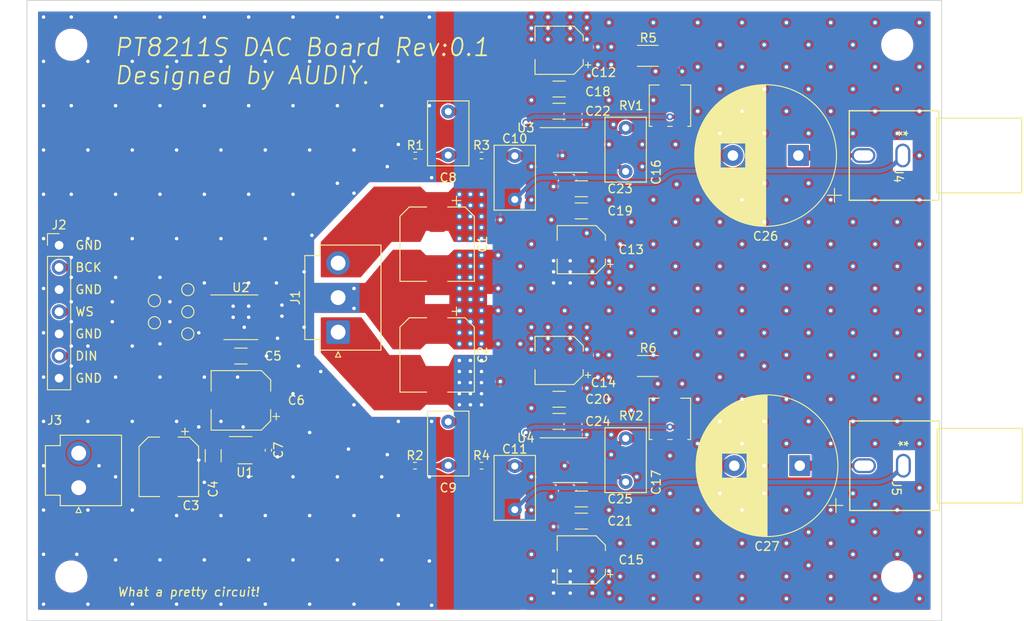
<source format=kicad_pcb>
(kicad_pcb (version 20211014) (generator pcbnew)
  (layers (0 "F.Cu" signal) (1 "In1.Cu" signal) (2 "In2.Cu" signal) (31 "B.Cu" signal) (34 "B.Paste" user) (35 "F.Paste" user) (36 "B.SilkS" user "B.Silkscreen") (37 "F.SilkS" user "F.Silkscreen") (38 "B.Mask" user) (39 "F.Mask" user) (44 "Edge.Cuts" user))
  (net 0 "")
  (net 1 "/V+")
  (net 2 "GND")
  (net 3 "/V-")
  (net 4 "Net-(C3-Pad1)")
  (net 5 "Net-(C5-Pad2)")
  (net 6 "Net-(C7-Pad2)")
  (net 7 "Net-(C8-Pad2)")
  (net 8 "Net-(C9-Pad2)")
  (net 9 "Net-(C10-Pad2)")
  (net 10 "Net-(C11-Pad2)")
  (net 11 "Net-(C16-Pad1)")
  (net 12 "Net-(C16-Pad2)")
  (net 13 "Net-(C17-Pad1)")
  (net 14 "Net-(C17-Pad2)")
  (net 15 "Net-(C26-Pad1)")
  (net 16 "Net-(C27-Pad1)")
  (net 17 "Net-(J2-Pad2)")
  (net 18 "Net-(J2-Pad4)")
  (net 19 "Net-(J2-Pad6)")
  (net 20 "Net-(R1-Pad1)")
  (net 21 "Net-(R2-Pad1)")
  (net 22 "Net-(R6-Pad2)")
  (net 24 "Net-(RV2-Pad3)")
  (net 25 "Net-(U3-Pad1)")
  (net 26 "Net-(RV1-Pad2)")
  (net 27 "Net-(C9-Pad1)")
  (net 28 "Net-(C8-Pad1)")
  (footprint "Resistor_SMD:R_0402_1005Metric_Pad0.72x0.64mm_HandSolder" (layer "F.Cu") (at 151.13 84.582)
    (fp_text reference "R3")
    (fp_text value "7.5k")
  )
  (footprint "Capacitor_SMD:C_1206_3216Metric_Pad1.33x1.80mm_HandSolder" (layer "F.Cu") (at 160.02 112.522 180)
    (fp_text reference "C20")
    (fp_text value "1u")
  )
  (footprint "TestPoint:TestPoint_Pad_D1.0mm" (layer "F.Cu") (at 117.491 105.029)
    (fp_text reference "TP5" hide)
    (fp_text value "TestPoint")
  )
  (footprint "Capacitor_SMD:CP_Elec_6.3x9.9" (layer "F.Cu") (at 123.571 112.649 180)
    (fp_text reference "C6")
    (fp_text value "47u")
  )
  (footprint "Capacitor_SMD:CP_Elec_8x11.9" (layer "F.Cu") (at 146.05 94.742 -90)
    (fp_text reference "C1")
    (fp_text value "220u")
  )
  (footprint "Capacitor_THT:C_Rect_L7.2mm_W4.5mm_P5.00mm_FKS2_FKP2_MKS2_MKP2" (layer "F.Cu") (at 154.94 125.182 90)
    (fp_text reference "C11")
    (fp_text value "470p")
  )
  (footprint "Capacitor_SMD:C_1206_3216Metric_Pad1.33x1.80mm_HandSolder" (layer "F.Cu") (at 162.56 88.392 180)
    (fp_text reference "C23")
    (fp_text value "0.1u")
  )
  (footprint "Capacitor_THT:C_Rect_L7.2mm_W4.5mm_P5.00mm_FKS2_FKP2_MKS2_MKP2" (layer "F.Cu") (at 167.64 81.407 -90)
    (fp_text reference "C16")
    (fp_text value "22p")
  )
  (footprint "MountingHole:MountingHole_3.2mm_M3" (layer "F.Cu") (at 198.755 132.842)
    (fp_text reference "REF**" hide)
    (fp_text value "MountingHole_3.2mm_M3" hide)
  )
  (footprint "Potentiometer_SMD:Potentiometer_Bourns_3314G_Vertical" (layer "F.Cu") (at 172.712 114.7695 180)
    (fp_text reference "RV2")
    (fp_text value "100k")
  )
  (footprint "Capacitor_SMD:C_1206_3216Metric_Pad1.33x1.80mm_HandSolder" (layer "F.Cu") (at 162.56 126.492 180)
    (fp_text reference "C21")
    (fp_text value "1u")
  )
  (footprint "Capacitor_THT:C_Rect_L7.2mm_W4.5mm_P5.00mm_FKS2_FKP2_MKS2_MKP2" (layer "F.Cu") (at 167.64 117.007 -90)
    (fp_text reference "C17")
    (fp_text value "22p")
  )
  (footprint "TestPoint:TestPoint_Pad_D1.0mm" (layer "F.Cu") (at 113.665 101.219)
    (fp_text reference "TP2" hide)
    (fp_text value "TestPoint")
  )
  (footprint "Package_TO_SOT_SMD:TSOT-23-5" (layer "F.Cu") (at 124.041 118.364)
    (fp_text reference "U1")
    (fp_text value "LT1761-5")
  )
  (footprint "Package_SO:SOIC-8_3.9x4.9mm_P1.27mm" (layer "F.Cu") (at 123.571 103.124)
    (fp_text reference "U2")
    (fp_text value "PT8211")
  )
  (footprint "Capacitor_THT:C_Rect_L7.2mm_W4.5mm_P5.00mm_FKS2_FKP2_MKS2_MKP2" (layer "F.Cu") (at 147.32 115.102 -90)
    (fp_text reference "C9")
    (fp_text value "1000p")
  )
  (footprint "TestPoint:TestPoint_Pad_D1.0mm" (layer "F.Cu") (at 113.665 103.759)
    (fp_text reference "TP4" hide)
    (fp_text value "TestPoint")
  )
  (footprint "Resistor_SMD:R_0402_1005Metric_Pad0.72x0.64mm_HandSolder" (layer "F.Cu") (at 143.5475 84.582)
    (fp_text reference "R1")
    (fp_text value "7.5k")
  )
  (footprint "footprints:KLPX-0848A-2-B_KYC" (layer "F.Cu") (at 199.454 120.142 -90)
    (fp_text reference "J5")
    (fp_text value "KLPX-0848A-2-B")
  )
  (footprint "Connector_PinHeader_2.54mm:PinHeader_1x07_P2.54mm_Vertical" (layer "F.Cu") (at 102.743 94.869)
    (fp_text reference "J2")
    (fp_text value "Conn_01x07_Male")
  )
  (footprint "Capacitor_SMD:C_1206_3216Metric_Pad1.33x1.80mm_HandSolder" (layer "F.Cu") (at 162.56 90.932 180)
    (fp_text reference "C19")
    (fp_text value "1u")
  )
  (footprint "TestPoint:TestPoint_Pad_D1.0mm" (layer "F.Cu") (at 117.491 102.489)
    (fp_text reference "TP3" hide)
    (fp_text value "TestPoint")
  )
  (footprint "MountingHole:MountingHole_3.2mm_M3" (layer "F.Cu") (at 104.14 71.882)
    (fp_text reference "REF**" hide)
    (fp_text value "MountingHole_3.2mm_M3" hide)
  )
  (footprint "Connector_JST:JST_VH_B2P-VH_1x02_P3.96mm_Vertical" (layer "F.Cu") (at 104.987 122.6615 90)
    (fp_text reference "J3")
    (fp_text value "Conn_01x02_Female")
  )
  (footprint "MountingHole:MountingHole_3.2mm_M3" (layer "F.Cu") (at 198.755 71.882)
    (fp_text reference "REF**" hide)
    (fp_text value "MountingHole_3.2mm_M3" hide)
  )
  (footprint "Capacitor_SMD:CP_Elec_5x5.3" (layer "F.Cu") (at 162.56 95.377 180)
    (fp_text reference "C13")
    (fp_text value "10u")
  )
  (footprint "Capacitor_SMD:CP_Elec_8x11.9" (layer "F.Cu") (at 146.05 107.442 -90)
    (fp_text reference "C2")
    (fp_text value "220u")
  )
  (footprint "Capacitor_THT:CP_Radial_D16.0mm_P7.50mm" (layer "F.Cu") (at 187.42551 84.582 180)
    (fp_text reference "C26")
    (fp_text value "470u")
  )
  (footprint "Capacitor_THT:CP_Radial_D16.0mm_P7.50mm" (layer "F.Cu") (at 187.58602 120.142 180)
    (fp_text reference "C27")
    (fp_text value "470u")
  )
  (footprint "TestPoint:TestPoint_Pad_D1.0mm" (layer "F.Cu") (at 117.491 99.949)
    (fp_text reference "TP1" hide)
    (fp_text value "TestPoint")
  )
  (footprint "Capacitor_SMD:CP_Elec_5x5.3" (layer "F.Cu") (at 160.02 72.517 180)
    (fp_text reference "C12")
    (fp_text value "10u")
  )
  (footprint "Capacitor_SMD:C_1206_3216Metric_Pad1.33x1.80mm_HandSolder" (layer "F.Cu") (at 120.396 118.999 -90)
    (fp_text reference "C4")
    (fp_text value "1u")
  )
  (footprint "Capacitor_SMD:C_1206_3216Metric_Pad1.33x1.80mm_HandSolder" (layer "F.Cu") (at 162.56 123.952 180)
    (fp_text reference "C25")
    (fp_text value "0.1u")
  )
  (footprint "Capacitor_SMD:C_1206_3216Metric_Pad1.33x1.80mm_HandSolder" (layer "F.Cu") (at 123.571 107.569)
    (fp_text reference "C5")
    (fp_text value "0.1u")
  )
  (footprint "Capacitor_SMD:CP_Elec_6.3x9.9" (layer "F.Cu") (at 115.316 120.269 -90)
    (fp_text reference "C3")
    (fp_text value "100u")
  )
  (footprint "Resistor_SMD:R_0402_1005Metric_Pad0.72x0.64mm_HandSolder" (layer "F.Cu") (at 151.13 120.142)
    (fp_text reference "R4")
    (fp_text value "7.5k")
  )
  (footprint "Resistor_SMD:R_MELF_MMB-0207" (layer "F.Cu") (at 170.18 73.152)
    (fp_text reference "R5")
    (fp_text value "22k")
  )
  (footprint "Resistor_SMD:R_MELF_MMB-0207" (layer "F.Cu") (at 170.18 108.712)
    (fp_text reference "R6")
    (fp_text value "22k")
  )
  (footprint "Package_SO:SOIC-8_3.9x4.9mm_P1.27mm" (layer "F.Cu") (at 161.29 119.507)
    (fp_text reference "U4")
    (fp_text value "SA5534")
  )
  (footprint "Connector_JST:JST_VH_B3P-VH_1x03_P3.96mm_Vertical" (layer "F.Cu") (at 134.705 104.8295 90)
    (fp_text reference "J1")
    (fp_text value "Conn_01x03_Female")
  )
  (footprint "Package_SO:SOIC-8_3.9x4.9mm_P1.27mm" (layer "F.Cu") (at 161.29 83.947)
    (fp_text reference "U3")
    (fp_text value "SA5534")
  )
  (footprint "Capacitor_SMD:CP_Elec_5x5.3" (layer "F.Cu") (at 160.02 108.077 180)
    (fp_text reference "C14")
    (fp_text value "10u")
  )
  (footprint "MountingHole:MountingHole_3.2mm_M3" (layer "F.Cu") (at 104.14 132.842)
    (fp_text reference "REF**" hide)
    (fp_text value "MountingHole_3.2mm_M3" hide)
  )
  (footprint "Capacitor_SMD:C_1206_3216Metric_Pad1.33x1.80mm_HandSolder" (layer "F.Cu") (at 160.02 115.062 180)
    (fp_text reference "C24")
    (fp_text value "0.1u")
  )
  (footprint "Capacitor_SMD:C_1206_3216Metric_Pad1.33x1.80mm_HandSolder" (layer "F.Cu") (at 160.02 76.962 180)
    (fp_text reference "C18")
    (fp_text value "1u")
  )
  (footprint "Capacitor_SMD:C_1206_3216Metric_Pad1.33x1.80mm_HandSolder" (layer "F.Cu") (at 160.02 79.502 180)
    (fp_text reference "C22")
    (fp_text value "0.1u")
  )
  (footprint "footprints:KLPX-0848A-2-B_KYC" (layer "F.Cu") (at 199.39 84.582 -90)
    (fp_text reference "J4")
    (fp_text value "KLPX-0848A-2-B")
  )
  (footprint "Capacitor_THT:C_Rect_L7.2mm_W4.5mm_P5.00mm_FKS2_FKP2_MKS2_MKP2" (layer "F.Cu") (at 154.94 89.622 90)
    (fp_text reference "C10")
    (fp_text value "470p")
  )
  (footprint "Resistor_SMD:R_0402_1005Metric_Pad0.72x0.64mm_HandSolder" (layer "F.Cu") (at 143.51 120.142)
    (fp_text reference "R2")
    (fp_text value "7.5k")
  )
  (footprint "Capacitor_SMD:C_0402_1005Metric_Pad0.74x0.62mm_HandSolder" (layer "F.Cu") (at 126.716 118.364 -90)
    (fp_text reference "C7")
    (fp_text value "0.01u")
  )
  (footprint "Capacitor_SMD:CP_Elec_5x5.3" (layer "F.Cu") (at 162.56 130.937 180)
    (fp_text reference "C15")
    (fp_text value "10u")
  )
  (footprint "Capacitor_THT:C_Rect_L7.2mm_W4.5mm_P5.00mm_FKS2_FKP2_MKS2_MKP2" (layer "F.Cu") (at 147.32 79.542 -90)
    (fp_text reference "C8")
    (fp_text value "1000p")
  )
  (footprint "Potentiometer_SMD:Potentiometer_Bourns_3314G_Vertical" (layer "F.Cu") (at 172.72 78.867 180)
    (fp_text reference "RV1")
    (fp_text value "100k")
  )
  (gr_rect (start 203.835 66.802) (end 99.06 137.922) (layer "Edge.Cuts") (width 0.1) (fill none))
  (gr_text "GND" (at 104.521 94.869) (layer "F.SilkS") (effects (font (size 1 1)) (justify left)))
  (gr_text "GND" (at 104.521 99.949) (layer "F.SilkS") (effects (font (size 1 1)) (justify left)))
  (gr_text "DIN" (at 104.521 107.569) (layer "F.SilkS") (effects (font (size 1 1)) (justify left)))
  (gr_text "WS" (at 104.521 102.489) (layer "F.SilkS") (effects (font (size 1 1)) (justify left)))
  (gr_text "What a pretty circuit!" (at 109.347 134.62) (layer "F.SilkS") (effects (font (size 1 1) (thickness 0.15) italic) (justify left)))
  (gr_text "PT8211S DAC Board Rev:0.1\nDesigned by AUDIY." (at 108.966 73.787) (layer "F.SilkS") (effects (font (size 2 2) (thickness 0.2) italic) (justify left)))
  (gr_text "GND" (at 104.521 105.029) (layer "F.SilkS") (effects (font (size 1 1)) (justify left)))
  (gr_text "GND" (at 104.521 110.109) (layer "F.SilkS") (effects (font (size 1 1)) (justify left)))
  (gr_text "BCK" (at 104.521 97.409) (layer "F.SilkS") (effects (font (size 1 1)) (justify left)))
  (segment (start 162.5375 108.3945) (end 162.22 108.077) (width 0.5) (layer "F.Cu") (net 1))
  (segment (start 163.304012 73.152) (end 167.73 73.152) (width 0.5) (layer "F.Cu") (net 1))
  (segment (start 162.5375 72.8345) (end 162.22 72.517) (width 0.5) (layer "F.Cu") (net 1))
  (segment (start 163.304012 108.712) (end 167.73 108.712) (width 0.5) (layer "F.Cu") (net 1))
  (via (at 149.86 90.297) (size 0.8) (drill 0.4) (layers "F.Cu" "B.Cu") (net 1))
  (via (at 148.59 91.567) (size 0.8) (drill 0.4) (layers "F.Cu" "B.Cu") (net 1))
  (via (at 149.86 94.107) (size 0.8) (drill 0.4) (layers "F.Cu" "B.Cu") (net 1))
  (via (at 148.59 92.837) (size 0.8) (drill 0.4) (layers "F.Cu" "B.Cu") (net 1))
  (via (at 149.86 91.567) (size 0.8) (drill 0.4) (layers "F.Cu" "B.Cu") (net 1))
  (via (at 148.59 94.107) (size 0.8) (drill 0.4) (layers "F.Cu" "B.Cu") (net 1))
  (via (at 151.13 89.027) (size 0.8) (drill 0.4) (layers "F.Cu" "B.Cu") (net 1))
  (via (at 161.29 71.247) (size 0.8) (drill 0.4) (layers "F.Cu" "B.Cu") (net 1))
  (via (at 163.195 104.267) (size 0.8) (drill 0.4) (layers "F.Cu" "B.Cu") (net 1))
  (via (at 163.195 105.537) (size 0.8) (drill 0.4) (layers "F.Cu" "B.Cu") (net 1))
  (via (at 149.86 89.027) (size 0.8) (drill 0.4) (layers "F.Cu" "B.Cu") (net 1))
  (via (at 151.13 90.297) (size 0.8) (drill 0.4) (layers "F.Cu" "B.Cu") (net 1))
  (via (at 151.13 94.107) (size 0.8) (drill 0.4) (layers "F.Cu" "B.Cu") (net 1))
  (via (at 149.86 92.837) (size 0.8) (drill 0.4) (layers "F.Cu" "B.Cu") (net 1))
  (via (at 151.13 92.837) (size 0.8) (drill 0.4) (layers "F.Cu" "B.Cu") (net 1))
  (via (at 161.29 104.267) (size 0.8) (drill 0.4) (layers "F.Cu" "B.Cu") (net 1))
  (via (at 163.195 71.247) (size 0.8) (drill 0.4) (layers "F.Cu" "B.Cu") (net 1))
  (via (at 163.195 106.807) (size 0.8) (drill 0.4) (layers "F.Cu" "B.Cu") (net 1))
  (via (at 161.29 69.977) (size 0.8) (drill 0.4) (layers "F.Cu" "B.Cu") (net 1))
  (via (at 151.13 91.567) (size 0.8) (drill 0.4) (layers "F.Cu" "B.Cu") (net 1))
  (via (at 161.29 68.707) (size 0.8) (drill 0.4) (layers "F.Cu" "B.Cu") (net 1))
  (via (at 163.195 69.977) (size 0.8) (drill 0.4) (layers "F.Cu" "B.Cu") (net 1))
  (via (at 148.59 90.297) (size 0.8) (drill 0.4) (layers "F.Cu" "B.Cu") (net 1))
  (via (at 148.59 89.027) (size 0.8) (drill 0.4) (layers "F.Cu" "B.Cu") (net 1))
  (via (at 163.195 68.707) (size 0.8) (drill 0.4) (layers "F.Cu" "B.Cu") (net 1))
  (via (at 161.29 106.807) (size 0.8) (drill 0.4) (layers "F.Cu" "B.Cu") (net 1))
  (via (at 161.29 105.537) (size 0.8) (drill 0.4) (layers "F.Cu" "B.Cu") (net 1))
  (arc (start 162.5375 72.8345) (mid 162.889178 73.069484) (end 163.304012 73.152) (width 0.5) (layer "F.Cu") (net 1))
  (arc (start 162.5375 108.3945) (mid 162.889178 108.629484) (end 163.304012 108.712) (width 0.5) (layer "F.Cu") (net 1))
  (via (at 155.575 97.282) (size 0.8) (drill 0.4) (layers "F.Cu" "B.Cu") (net 2))
  (via (at 156.845 69.977) (size 0.8) (drill 0.4) (layers "F.Cu" "B.Cu") (net 2))
  (via (at 160.401 84.582) (size 0.8) (drill 0.4) (layers "F.Cu" "B.Cu") (net 2))
  (via (at 109.22 98.552) (size 0.8) (drill 0.4) (layers "F.Cu" "B.Cu") (net 2))
  (via (at 156.845 71.247) (size 0.8) (drill 0.4) (layers "F.Cu" "B.Cu") (net 2))
  (via (at 134.62 68.707) (size 0.8) (drill 0.4) (layers "F.Cu" "B.Cu") (net 2))
  (via (at 149.86 99.822) (size 0.8) (drill 0.4) (layers "F.Cu" "B.Cu") (net 2))
  (via (at 153.035 106.172) (size 0.8) (drill 0.4) (layers "F.Cu" "B.Cu") (net 2))
  (via (at 126.365 136.017) (size 0.8) (drill 0.4) (layers "F.Cu" "B.Cu") (net 2))
  (via (at 174.117 110.744) (size 0.8) (drill 0.4) (layers "F.Cu" "B.Cu") (net 2))
  (via (at 111.125 73.787) (size 0.8) (drill 0.4) (layers "F.Cu" "B.Cu") (net 2))
  (via (at 151.13 97.282) (size 0.8) (drill 0.4) (layers "F.Cu" "B.Cu") (net 2))
  (via (at 188.595 71.882) (size 0.8) (drill 0.4) (layers "F.Cu" "B.Cu") (net 2))
  (via (at 180.975 74.422) (size 0.8) (drill 0.4) (layers "F.Cu" "B.Cu") (net 2))
  (via (at 124.46 68.707) (size 0.8) (drill 0.4) (layers "F.Cu" "B.Cu") (net 2))
  (via (at 116.205 125.857) (size 0.8) (drill 0.4) (layers "F.Cu" "B.Cu") (net 2))
  (via (at 156.845 99.822) (size 0.8) (drill 0.4) (layers "F.Cu" "B.Cu") (net 2))
  (via (at 193.675 115.062) (size 0.8) (drill 0.4) (layers "F.Cu" "B.Cu") (net 2))
  (via (at 122.682 103.124) (size 0.8) (drill 0.4) (layers "F.Cu" "B.Cu") (net 2))
  (via (at 121.285 136.017) (size 0.8) (drill 0.4) (layers "F.Cu" "B.Cu") (net 2))
  (via (at 114.3 130.937) (size 0.8) (drill 0.4) (layers "F.Cu" "B.Cu") (net 2))
  (via (at 156.845 135.382) (size 0.8) (drill 0.4) (layers "F.Cu" "B.Cu") (net 2))
  (via (at 186.055 125.222) (size 0.8) (drill 0.4) (layers "F.Cu" "B.Cu") (net 2))
  (via (at 131.445 136.017) (size 0.8) (drill 0.4) (layers "F.Cu" "B.Cu") (net 2))
  (via (at 186.055 117.602) (size 0.8) (drill 0.4) (layers "F.Cu" "B.Cu") (net 2))
  (via (at 134.62 87.757) (size 0.8) (drill 0.4) (layers "F.Cu" "B.Cu") (net 2))
  (via (at 119.38 89.027) (size 0.8) (drill 0.4) (layers "F.Cu" "B.Cu") (net 2))
  (via (at 178.435 76.962) (size 0.8) (drill 0.4) (layers "F.Cu" "B.Cu") (net 2))
  (via (at 173.482 87.884) (size 0.8) (drill 0.4) (layers "F.Cu" "B.Cu") (net 2))
  (via (at 165.735 89.662) (size 0.8) (drill 0.4) (layers "F.Cu" "B.Cu") (net 2))
  (via (at 119.38 122.047) (size 0.8) (drill 0.4) (layers "F.Cu" "B.Cu") (net 2))
  (via (at 100.965 104.902) (size 0.8) (drill 0.4) (layers "F.Cu" "B.Cu") (net 2))
  (via (at 180.975 79.502) (size 0.8) (drill 0.4) (layers "F.Cu" "B.Cu") (net 2))
  (via (at 100.965 115.062) (size 0.8) (drill 0.4) (layers "F.Cu" "B.Cu") (net 2))
  (via (at 136.525 102.108) (size 0.8) (drill 0.4) (layers "F.Cu" "B.Cu") (net 2))
  (via (at 116.205 83.947) (size 0.8) (drill 0.4) (layers "F.Cu" "B.Cu") (net 2))
  (via (at 196.215 132.842) (size 0.8) (drill 0.4) (layers "F.Cu" "B.Cu") (net 2))
  (via (at 121.285 73.787) (size 0.8) (drill 0.4) (layers "F.Cu" "B.Cu") (net 2))
  (via (at 158.75 71.247) (size 0.8) (drill 0.4) (layers "F.Cu" "B.Cu") (net 2))
  (via (at 121.285 94.107) (size 0.8) (drill 0.4) (layers "F.Cu" "B.Cu") (net 2))
  (via (at 156.845 130.302) (size 0.8) (drill 0.4) (layers "F.Cu" "B.Cu") (net 2))
  (via (at 139.7 68.707) (size 0.8) (drill 0.4) (layers "F.Cu" "B.Cu") (net 2))
  (via (at 100.965 109.982) (size 0.8) (drill 0.4) (layers "F.Cu" "B.Cu") (net 2))
  (via (at 160.655 120.142) (size 0.8) (drill 0.4) (layers "F.Cu" "B.Cu") (net 2))
  (via (at 104.14 98.552) (size 0.8) (drill 0.4) (layers "F.Cu" "B.Cu") (net 2))
  (via (at 186.055 89.662) (size 0.8) (drill 0.4) (layers "F.Cu" "B.Cu") (net 2))
  (via (at 165.989 74.168) (size 0.8) (drill 0.4) (layers "F.Cu" "B.Cu") (net 2))
  (via (at 107.315 120.142) (size 0.8) (drill 0.4) (layers "F.Cu" "B.Cu") (net 2))
  (via (at 156.845 106.807) (size 0.8) (drill 0.4) (layers "F.Cu" "B.Cu") (net 2))
  (via (at 188.595 123.317) (size 0.8) (drill 0.4) (layers "F.Cu" "B.Cu") (net 2))
  (via (at 166.243 81.026) (size 0.8) (drill 0.4) (layers "F.Cu" "B.Cu") (net 2))
  (via (at 151.13 104.902) (size 0.8) (drill 0.4) (layers "F.Cu" "B.Cu") (net 2))
  (via (at 163.449 75.438) (size 0.8) (drill 0.4) (layers "F.Cu" "B.Cu") (net 2))
  (via (at 148.59 96.012) (size 0.8) (drill 0.4) (layers "F.Cu" "B.Cu") (net 2))
  (via (at 156.845 89.662) (size 0.8) (drill 0.4) (layers "F.Cu" "B.Cu") (net 2))
  (via (at 183.515 108.712) (size 0.8) (drill 0.4) (layers "F.Cu" "B.Cu") (net 2))
  (via (at 119.38 78.867) (size 0.8) (drill 0.4) (layers "F.Cu" "B.Cu") (net 2))
  (via (at 119.38 109.982) (size 0.8) (drill 0.4) (layers "F.Cu" "B.Cu") (net 2))
  (via (at 149.86 103.632) (size 0.8) (drill 0.4) (layers "F.Cu" "B.Cu") (net 2))
  (via (at 149.86 96.012) (size 0.8) (drill 0.4) (layers "F.Cu" "B.Cu") (net 2))
  (via (at 129.54 121.412) (size 0.8) (drill 0.4) (layers "F.Cu" "B.Cu") (net 2))
  (via (at 100.965 73.787) (size 0.8) (drill 0.4) (layers "F.Cu" "B.Cu") (net 2))
  (via (at 128.27 102.997) (size 0.8) (drill 0.4) (layers "F.Cu" "B.Cu") (net 2))
  (via (at 183.515 92.202) (size 0.8) (drill 0.4) (layers "F.Cu" "B.Cu") (net 2))
  (via (at 201.295 102.362) (size 0.8) (drill 0.4) (layers "F.Cu" "B.Cu") (net 2))
  (via (at 119.38 68.707) (size 0.8) (drill 0.4) (layers "F.Cu" "B.Cu") (net 2))
  (via (at 131.445 116.332) (size 0.8) (drill 0.4) (layers "F.Cu" "B.Cu") (net 2))
  (via (at 167.005 99.822) (size 0.8) (drill 0.4) (layers "F.Cu" "B.Cu") (net 2))
  (via (at 175.895 117.602) (size 0.8) (drill 0.4) (layers "F.Cu" "B.Cu") (net 2))
  (via (at 141.605 83.312) (size 0.8) (drill 0.4) (layers "F.Cu" "B.Cu") (net 2))
  (via (at 168.275 92.202) (size 0.8) (drill 0.4) (layers "F.Cu" "B.Cu") (net 2))
  (via (at 188.595 76.962) (size 0.8) (drill 0.4) (layers "F.Cu" "B.Cu") (net 2))
  (via (at 145.415 136.144) (size 0.8) (drill 0.4) (layers "F.Cu" "B.Cu") (net 2))
  (via (at 136.525 136.017) (size 0.8) (drill 0.4) (layers "F.Cu" "B.Cu") (net 2))
  (via (at 178.435 92.202) (size 0.8) (drill 0.4) (layers "F.Cu" "B.Cu") (net 2))
  (via (at 180.975 94.742) (size 0.8) (drill 0.4) (layers "F.Cu" "B.Cu") (net 2))
  (via (at 116.205 115.062) (size 0.8) (drill 0.4) (layers "F.Cu" "B.Cu") (net 2))
  (via (at 114.3 98.552) (size 0.8) (drill 0.4) (layers "F.Cu" "B.Cu") (net 2))
  (via (at 170.815 135.382) (size 0.8) (drill 0.4) (layers "F.Cu" "B.Cu") (net 2))
  (via (at 124.46 121.412) (size 0.8) (drill 0.4) (layers "F.Cu" "B.Cu") (net 2))
  (via (at 186.055 69.342) (size 0.8) (drill 0.4) (layers "F.Cu" "B.Cu") (net 2))
  (via (at 191.135 117.602) (size 0.8) (drill 0.4) (layers "F.Cu" "B.Cu") (net 2))
  (via (at 188.595 104.902) (size 0.8) (drill 0.4) (layers "F.Cu" "B.Cu") (net 2))
  (via (at 180.975 107.442) (size 0.8) (drill 0.4) (layers "F.Cu" "B.Cu") (net 2))
  (via (at 201.295 84.582) (size 0.8) (drill 0.4) (layers "F.Cu" "B.Cu") (net 2))
  (via (at 129.54 111.887) (size 0.8) (drill 0.4) (layers "F.Cu" "B.Cu") (net 2))
  (via (at 168.275 97.282) (size 0.8) (drill 0.4) (layers "F.Cu" "B.Cu") (net 2))
  (via (at 124.46 130.937) (size 0.8) (drill 0.4) (layers "F.Cu" "B.Cu") (net 2))
  (via (at 121.285 115.062) (size 0.8) (drill 0.4) (layers "F.Cu" "B.Cu") (net 2))
  (via (at 191.135 99.822) (size 0.8) (drill 0.4) (layers "F.Cu" "B.Cu") (net 2))
  (via (at 188.595 92.202) (size 0.8) (drill 0.4) (layers "F.Cu" "B.Cu") (net 2))
  (via (at 148.59 98.552) (size 0.8) (drill 0.4) (layers "F.Cu" "B.Cu") (net 2))
  (via (at 165.735 69.342) (size 0.8) (drill 0.4) (layers "F.Cu" "B.Cu") (net 2))
  (via (at 148.59 99.822) (size 0.8) (drill 0.4) (layers "F.Cu" "B.Cu") (net 2))
  (via (at 115.443 103.632) (size 0.8) (drill 0.4) (layers "F.Cu" "B.Cu") (net 2))
  (via (at 158.75 69.977) (size 0.8) (drill 0.4) (layers "F.Cu" "B.Cu") (net 2))
  (via (at 156.845 104.267) (size 0.8) (drill 0.4) (layers "F.Cu" "B.Cu") (net 2))
  (via (at 165.735 96.647) (size 0.8) (drill 0.4) (layers "F.Cu" "B.Cu") (net 2))
  (via (at 129.54 68.707) (size 0.8) (drill 0.4) (layers "F.Cu" "B.Cu") (net 2))
  (via (at 175.895 74.422) (size 0.8) (drill 0.4) (layers "F.Cu" "B.Cu") (net 2))
  (via (at 198.755 104.902) (size 0.8) (drill 0.4) (layers "F.Cu" "B.Cu") (net 2))
  (via (at 149.86 101.092) (size 0.8) (drill 0.4) (layers "F.Cu" "B.Cu") (net 2))
  (via (at 180.975 69.342) (size 0.8) (drill 0.4) (layers "F.Cu" "B.Cu") (net 2))
  (via (at 170.815 107.442) (size 0.8) (drill 0.4) (layers "F.Cu" "B.Cu") (net 2))
  (via (at 126.365 73.787) (size 0.8) (drill 0.4) (layers "F.Cu" "B.Cu") (net 2))
  (via (at 104.775 130.302) (size 0.8) (drill 0.4) (layers "F.Cu" "B.Cu") (net 2))
  (via (at 191.135 69.342) (size 0.8) (drill 0.4) (layers "F.Cu" "B.Cu") (net 2))
  (via (at 196.215 135.382) (size 0.8) (drill 0.4) (layers "F.Cu" "B.Cu") (net 2))
  (via (at 156.845 78.232) (size 0.8) (drill 0.4) (layers "F.Cu" "B.Cu") (net 2))
  (via (at 175.895 112.522) (size 0.8) (drill 0.4) (layers "F.Cu" "B.Cu") (net 2))
  (via (at 191.135 94.742) (size 0.8) (drill 0.4) (layers "F.Cu" "B.Cu") (net 2))
  (via (at 163.83 99.187) (size 0.8) (drill 0.4) (layers "F.Cu" "B.Cu") (net 2))
  (via (at 201.295 127.762) (size 0.8) (drill 0.4) (layers "F.Cu" "B.Cu") (net 2))
  (via (at 126.365 94.107) (size 0.8) (drill 0.4) (layers "F.Cu" "B.Cu") (net 2))
  (via (at 159.385 88.138) (size 0.8) (drill 0.4) (layers "F.Cu" "B.Cu") (net 2))
  (via (at 156.845 125.222) (size 0.8) (drill 0.4) (layers "F.Cu" "B.Cu") (net 2))
  (via (at 191.135 112.522) (size 0.8) (drill 0.4) (layers "F.Cu" "B.Cu") (net 2))
  (via (at 148.59 106.172) (size 0.8) (drill 0.4) (layers "F.Cu" "B.Cu") (net 2))
  (via (at 188.595 115.062) (size 0.8) (drill 0.4) (layers "F.Cu" "B.Cu") (net 2))
  (via (at 201.295 99.822) (size 0.8) (drill 0.4) (layers "F.Cu" "B.Cu") (net 2))
  (via (at 165.989 116.586) (size 0.8) (drill 0.4) (layers "F.Cu" "B.Cu") (net 2))
  (via (at 169.545 85.852) (size 0.8) (drill 0.4) (layers "F.Cu" "B.Cu") (net 2))
  (via (at 169.545 83.312) (size 0.8) (drill 0.4) (layers "F.Cu" "B.Cu") (net 2))
  (via (at 165.735 109.982) (size 0.8) (drill 0.4) (layers "F.Cu" "B.Cu") (net 2))
  (via (at 111.125 136.017) (size 0.8) (drill 0.4) (layers "F.Cu" "B.Cu") (net 2))
  (via (at 153.035 96.012) (size 0.8) (drill 0.4) (layers "F.Cu" "B.Cu") (net 2))
  (via (at 171.069 74.93) (size 0.8) (drill 0.4) (layers "F.Cu" "B.Cu") (net 2))
  (via (at 178.435 115.062) (size 0.8) (drill 0.4) (layers "F.Cu" "B.Cu") (net 2))
  (via (at 193.675 130.302) (size 0.8) (drill 0.4) (layers "F.Cu" "B.Cu") (net 2))
  (via (at 148.59 97.282) (size 0.8) (drill 0.4) (layers "F.Cu" "B.Cu") (net 2))
  (via (at 156.845 94.742) (size 0.8) (drill 0.4) (layers "F.Cu" "B.Cu") (net 2))
  (via (at 180.975 102.362) (size 0.8) (drill 0.4) (layers "F.Cu" "B.Cu") (net 2))
  (via (at 183.515 120.142) (size 0.8) (drill 0.4) (layers "F.Cu" "B.Cu") (net 2))
  (via (at 183.515 76.962) (size 0.8) (drill 0.4) (layers "F.Cu" "B.Cu") (net 2))
  (via (at 186.055 129.032) (size 0.8) (drill 0.4) (layers "F.Cu" "B.Cu") (net 2))
  (via (at 175.895 129.032) (size 0.8) (drill 0.4) (layers "F.Cu" "B.Cu") (net 2))
  (via (at 151.13 98.552) (size 0.8) (drill 0.4) (layers "F.Cu" "B.Cu") (net 2))
  (via (at 165.735 133.477) (size 0.8) (drill 0.4) (layers "F.Cu" "B.Cu") (net 2))
  (via (at 172.72 118.999) (size 0.8) (drill 0.4) (layers "F.Cu" "B.Cu") (net 2))
  (via (at 191.135 89.662) (size 0.8) (drill 0.4) (layers "F.Cu" "B.Cu") (net 2))
  (via (at 170.815 78.232) (size 0.8) (drill 0.4) (layers "F.Cu" "B.Cu") (net 2))
  (via (at 193.675 82.042) (size 0.8) (drill 0.4) (layers "F.Cu" "B.Cu") (net 2))
  (via (at 178.435 104.902) (size 0.8) (drill 0.4) (layers "F.Cu" "B.Cu") (net 2))
  (via (at 127.635 99.187) (size 0.8) (drill 0.4) (layers "F.Cu" "B.Cu") (net 2))
  (via (at 188.595 131.572) (size 0.8) (drill 0.4) (layers "F.Cu" "B.Cu") (net 2))
  (via (at 188.595 109.982) (size 0.8) (drill 0.4) (layers "F.Cu" "B.Cu") (net 2))
  (via (at 148.59 103.632) (size 0.8) (drill 0.4) (layers "F.Cu" "B.Cu") (net 2))
  (via (at 118.745 119.507) (size 0.8) (drill 0.4) (layers "F.Cu" "B.Cu") (net 2))
  (via (at 193.675 104.902) (size 0.8) (drill 0.4) (layers "F.Cu" "B.Cu") (net 2))
  (via (at 198.755 130.302) (size 0.8) (drill 0.4) (layers "F.Cu" "B.Cu") (net 2))
  (via (at 100.965 78.867) (size 0.8) (drill 0.4) (layers "F.Cu" "B.Cu") (net 2))
  (via (at 175.895 99.822) (size 0.8) (drill 0.4) (layers "F.Cu" "B.Cu") (net 2))
  (via (at 129.54 89.027) (size 0.8) (drill 0.4) (layers "F.Cu" "B.Cu") (net 2))
  (via (at 180.975 129.032) (size 0.8) (drill 0.4) (layers "F.Cu" "B.Cu") (net 2))
  (via (at 175.895 94.742) (size 0.8) (drill 0.4) (layers "F.Cu" "B.Cu") (net 2))
  (via (at 188.595 82.042) (size 0.8) (drill 0.4) (layers "F.Cu" "B.Cu") (net 2))
  (via (at 170.815 69.342) (size 0.8) (drill 0.4) (layers "F.Cu" "B.Cu") (net 2))
  (via (at 104.14 89.027) (size 0.8) (drill 0.4) (layers "F.Cu" "B.Cu") (net 2))
  (via (at 186.055 112.522) (size 0.8) (drill 0.4) (layers "F.Cu" "B.Cu") (net 2))
  (via (at 145.161 131.064) (size 0.8) (drill 0.4) (layers "F.Cu" "B.Cu") (net 2))
  (via (at 165.735 107.442) (size 0.8) (drill 0.4) (layers "F.Cu" "B.Cu") (net 2))
  (via (at 104.14 78.867) (size 0.8) (drill 0.4) (layers "F.Cu" "B.Cu") (net 2))
  (via (at 109.22 89.027) (size 0.8) (drill 0.4) (layers "F.Cu" "B.Cu") (net 2))
  (via (at 135.89 118.237) (size 0.8) (drill 0.4) (layers "F.Cu" "B.Cu") (net 2))
  (via (at 130.175 108.712) (size 0.8) (drill 0.4) (layers "F.Cu" "B.Cu") (net 2))
  (via (at 196.215 124.587) (size 0.8) (drill 0.4) (layers "F.Cu" "B.Cu") (net 2))
  (via (at 111.125 83.947) (size 0.8) (drill 0.4) (layers "F.Cu" "B.Cu") (net 2))
  (via (at 106.045 83.947) (size 0.8) (drill 0.4) (layers "F.Cu" "B.Cu") (net 2))
  (via (at 104.14 96.266) (size 0.8) (drill 0.4) (layers "F.Cu" "B.Cu") (net 2))
  (via (at 114.3 68.707) (size 0.8) (drill 0.4) (layers "F.Cu" "B.Cu") (net 2))
  (via (at 175.895 89.662) (size 0.8) (drill 0.4) (layers "F.Cu" "B.Cu") (net 2))
  (via (at 193.675 71.882) (size 0.8) (drill 0.4) (layers "F.Cu" "B.Cu") (net 2))
  (via (at 170.815 132.842) (size 0.8) (drill 0.4) (layers "F.Cu" "B.Cu") (net 2))
  (via (at 201.295 112.522) (size 0.8) (drill 0.4) (layers "F.Cu" "B.Cu") (net 2))
  (via (at 129.54 78.867) (size 0.8) (drill 0.4) (layers "F.Cu" "B.Cu") (net 2))
  (via (at 167.005 135.382) (size 0.8) (drill 0.4) (layers "F.Cu" "B.Cu") (net 2))
  (via (at 163.195 111.252) (size 0.8) (drill 0.4) (layers "F.Cu" "B.Cu") (net 2))
  (via (at 149.86 104.902) (size 0.8) (drill 0.4) (layers "F.Cu" "B.Cu") (net 2))
  (via (at 109.22 68.707) (size 0.8) (drill 0.4) (layers "F.Cu" "B.Cu") (net 2))
  (via (at 173.355 83.312) (size 0.8) (drill 0.4) (layers "F.Cu" "B.Cu") (net 2))
  (via (at 141.605 136.017) (size 0.8) (drill 0.4) (layers "F.Cu" "B.Cu") (net 2))
  (via (at 186.055 94.742) (size 0.8) (drill 0.4) (layers "F.Cu" "B.Cu") (net 2))
  (via (at 164.465 107.442) (size 0.8) (drill 0.4) (layers "F.Cu" "B.Cu") (net 2))
  (via (at 100.965 130.302) (size 0.8) (drill 0.4) (layers "F.Cu" "B.Cu") (net 2))
  (via (at 198.755 92.202) (size 0.8) (drill 0.4) (layers "F.Cu" "B.Cu") (net 2))
  (via (at 109.22 78.867) (size 0.8) (drill 0.4) (layers "F.Cu" "B.Cu") (net 2))
  (via (at 196.215 94.742) (size 0.8) (drill 0.4) (layers "F.Cu" "B.Cu") (net 2))
  (via (at 104.14 68.707) (size 0.8) (drill 0.4) (layers "F.Cu" "B.Cu") (net 2))
  (via (at 178.435 82.042) (size 0.8) (drill 0.4) (layers "F.Cu" "B.Cu") (net 2))
  (via (at 130.81 97.917) (size 0.8) (drill 0.4) (layers "F.Cu" "B.Cu") (net 2))
  (via (at 141.605 73.787) (size 0.8) (drill 0.4) (layers "F.Cu" "B.Cu") (net 2))
  (via (at 151.13 106.172) (size 0.8) (drill 0.4) (layers "F.Cu" "B.Cu") (net 2))
  (via (at 124.46 103.124) (size 0.8) (drill 0.4) (layers "F.Cu" "B.Cu") (net 2))
  (via (at 121.285 125.857) (size 0.8) (drill 0.4) (layers "F.Cu" "B.Cu") (net 2))
  (via (at 167.005 129.032) (size 0.8) (drill 0.4) (layers "F.Cu" "B.Cu") (net 2))
  (via (at 196.215 127.762) (size 0.8) (drill 0.4) (layers "F.Cu" "B.Cu") (net 2))
  (via (at 186.055 74.422) (size 0.8) (drill 0.4) (layers "F.Cu" "B.Cu") (net 2))
  (via (at 145.161 78.867) (size 0.8) (drill 0.4) (layers "F.Cu" "B.Cu") (net 2))
  (via (at 131.445 73.787) (size 0.8) (drill 0.4) (layers "F.Cu" "B.Cu") (net 2))
  (via (at 119.38 99.187) (size 0.8) (drill 0.4) (layers "F.Cu" "B.Cu") (net 2))
  (via (at 198.755 109.982) (size 0.8) (drill 0.4) (layers "F.Cu" "B.Cu") (net 2))
  (via (at 183.515 115.062) (size 0.8) (drill 0.4) (layers "F.Cu" "B.Cu") (net 2))
  (via (at 141.605 115.062) (size 0.8) (drill 0.4) (layers "F.Cu" "B.Cu") (net 2))
  (via (at 123.952 104.267) (size 0.8) (drill 0.4) (layers "F.Cu" "B.Cu") (net 2))
  (via (at 193.675 76.962) (size 0.8) (drill 0.4) (layers "F.Cu" "B.Cu") (net 2))
  (via (at 183.515 82.042) (size 0.8) (drill 0.4) (layers "F.Cu" "B.Cu") (net 2))
  (via (at 124.46 99.187) (size 0.8) (drill 0.4) (layers "F.Cu" "B.Cu") (net 2))
  (via (at 165.735 78.232) (size 0.8) (drill 0.4) (layers "F.Cu" "B.Cu") (net 2))
  (via (at 111.125 106.426) (size 0.8) (drill 0.4) (layers "F.Cu" "B.Cu") (net 2))
  (via (at 175.895 107.442) (size 0.8) (drill 0.4) (layers "F.Cu" "B.Cu") (net 2))
  (via (at 163.195 93.472) (size 0.8) (drill 0.4) (layers "F.Cu" "B.Cu") (net 2))
  (via (at 163.83 132.207) (size 0.8) (drill 0.4) (layers "F.Cu" "B.Cu") (net 2))
  (via (at 136.525 113.157) (size 0.8) (drill 0.4) (layers "F.Cu" "B.Cu") (net 2))
  (via (at 191.135 107.442) (size 0.8) (drill 0.4) (layers "F.Cu" "B.Cu") (net 2))
  (via (at 163.195 81.026) (size 0.8) (drill 0.4) (layers "F.Cu" "B.Cu") (net 2))
  (via (at 118.745 104.902) (size 0.8) (drill 0.4) (layers "F.Cu" "B.Cu") (net 2))
  (via (at 159.131 91.948) (size 0.8) (drill 0.4) (layers "F.Cu" "B.Cu") (net 2))
  (via (at 126.365 125.857) (size 0.8) (drill 0.4) (layers "F.Cu" "B.Cu") (net 2))
  (via (at 165.735 125.222) (size 0.8) (drill 0.4) (layers "F.Cu" "B.Cu") (net 2))
  (via (at 165.989 118.872) (size 0.8) (drill 0.4) (layers "F.Cu" "B.Cu") (net 2))
  (via (at 201.295 94.742) (size 0.8) (drill 0.4) (layers "F.Cu" "B.Cu") (net 2))
  (via (at 100.965 94.107) (size 0.8) (drill 0.4) (layers "F.Cu" "B.Cu") (net 2))
  (via (at 196.215 79.502) (size 0.8) (drill 0.4) (layers "F.Cu" "B.Cu") (net 2))
  (via (at 124.46 89.027) (size 0.8) (drill 0.4) (layers "F.Cu" "B.Cu") (net 2))
  (via (at 136.525 125.857) (size 0.8) (drill 0.4) (layers "F.Cu" "B.Cu") (net 2))
  (via (at 104.14 103.632) (size 0.8) (drill 0.4) (layers "F.Cu" "B.Cu") (net 2))
  (via (at 145.415 115.062) (size 0.8) (drill 0.4) (layers "F.Cu" "B.Cu") (net 2))
  (via (at 159.131 123.698) (size 0.8) (drill 0.4) (layers "F.Cu" "B.Cu") (net 2))
  (via (at 106.045 106.426) (size 0.8) (drill 0.4) (layers "F.Cu" "B.Cu") (net 2))
  (via (at 191.135 132.842) (size 0.8) (drill 0.4) (layers "F.Cu" "B.Cu") (net 2))
  (via (at 151.13 99.822) (size 0.8) (drill 0.4) (layers "F.Cu" "B.Cu") (net 2))
  (via (at 186.055 135.382) (size 0.8) (drill 0.4) (layers "F.Cu" "B.Cu") (net 2))
  (via (at 170.815 89.662) (size 0.8) (drill 0.4) (layers "F.Cu" "B.Cu") (net 2))
  (via (at 160.655 102.362) (size 0.8) (drill 0.4) (layers "F.Cu" "B.Cu") (net 2))
  (via (at 151.13 101.092) (size 0.8) (drill 0.4) (layers "F.Cu" "B.Cu") (net 2))
  (via (at 139.7 78.867) (size 0.8) (drill 0.4) (layers "F.Cu" "B.Cu") (net 2))
  (via (at 178.435 97.282) (size 0.8) (drill 0.4) (layers "F.Cu" "B.Cu") (net 2))
  (via (at 183.515 104.902) (size 0.8) (drill 0.4) (layers "F.Cu" "B.Cu") (net 2))
  (via (at 198.755 76.962) (size 0.8) (drill 0.4) (layers "F.Cu" "B.Cu") (net 2))
  (via (at 130.81 104.267) (size 0.8) (drill 0.4) (layers "F.Cu" "B.Cu") (net 2))
  (via (at 196.215 89.662) (size 0.8) (drill 0.4) (layers "F.Cu" "B.Cu") (net 2))
  (via (at 196.215 102.362) (size 0.8) (drill 0.4) (layers "F.Cu" "B.Cu") (net 2))
  (via (at 115.443 101.346) (size 0.8) (drill 0.4) (layers "F.Cu" "B.Cu") (net 2))
  (via (at 114.3 106.172) (size 0.8) (drill 0.4) (layers "F.Cu" "B.Cu") (net 2))
  (via (at 165.735 99.187) (size 0.8) (drill 0.4) (layers "F.Cu" "B.Cu") (net 2))
  (via (at 186.055 79.502) (size 0.8) (drill 0.4) (layers "F.Cu" "B.Cu") (net 2))
  (via (at 170.815 112.522) (size 0.8) (drill 0.4) (layers "F.Cu" "B.Cu") (net 2))
  (via (at 198.755 97.282) (size 0.8) (drill 0.4) (layers "F.Cu" "B.Cu") (net 2))
  (via (at 183.515 87.757) (size 0.8) (drill 0.4) (layers "F.Cu" "B.Cu") (net 2))
  (via (at 178.435 71.882) (size 0.8) (drill 0.4) (layers "F.Cu" "B.Cu") (net 2))
  (via (at 127.762 119.126) (size 0.8) (drill 0.4) (layers "F.Cu" "B.Cu") (net 2))
  (via (at 149.86 97.282) (size 0.8) (drill 0.4) (layers "F.Cu" "B.Cu") (net 2))
  (via (at 109.22 121.412) (size 0.8) (drill 0.4) (layers "F.Cu" "B.Cu") (net 2))
  (via (at 108.839 103.632) (size 0.8) (drill 0.4) (layers "F.Cu" "B.Cu") (net 2))
  (via (at 201.295 107.442) (size 0.8) (drill 0.4) (layers "F.Cu" "B.Cu") (net 2))
  (via (at 198.755 82.042) (size 0.8) (drill 0.4) (layers "F.Cu" "B.Cu") (net 2))
  (via (at 167.005 94.742) (size 0.8) (drill 0.4) (layers "F.Cu" "B.Cu") (net 2))
  (via (at 159.385 127.127) (size 0.8) (drill 0.4) (layers "F.Cu" "B.Cu") (net 2))
  (via (at 132.715 109.347) (size 0.8) (drill 0.4) (layers "F.Cu" "B.Cu") (net 2))
  (via (at 201.295 135.382) (size 0.8) (drill 0.4) (layers "F.Cu" "B.Cu") (net 2))
  (via (at 151.13 102.362) (size 0.8) (drill 0.4) (layers "F.Cu" "B.Cu") (net 2))
  (via (at 108.839 101.346) (size 0.8) (drill 0.4) (layers "F.Cu" "B.Cu") (net 2))
  (via (at 165.735 97.917) (size 0.8) (drill 0.4) (layers "F.Cu" "B.Cu") (net 2))
  (via (at 128.27 101.727) (size 0.8) (drill 0.4) (layers "F.Cu" "B.Cu") (net 2))
  (via (at 165.735 132.207) (size 0.8) (drill 0.4) (layers "F.Cu" "B.Cu") (net 2))
  (via (at 158.75 106.807) (size 0.8) (drill 0.4) (layers "F.Cu" "B.Cu") (net 2))
  (via (at 139.7 130.937) (size 0.8) (drill 0.4) (layers "F.Cu" "B.Cu") (net 2))
  (via (at 104.14 101.346) (size 0.8) (drill 0.4) (layers "F.Cu" "B.Cu") (net 2))
  (via (at 123.825 115.697) (size 0.8) (drill 0.4) (layers "F.Cu" "B.Cu") (net 2))
  (via (at 191.135 79.502) (size 0.8) (drill 0.4) (layers "F.Cu" "B.Cu") (net 2))
  (via (at 201.295 69.342) (size 0.8) (drill 0.4) (layers "F.Cu" "B.Cu") (net 2))
  (via (at 178.435 123.317) (size 0.8) (drill 0.4) (layers "F.Cu" "B.Cu") (net 2))
  (via (at 191.135 129.032) (size 0.8) (drill 0.4) (layers "F.Cu" "B.Cu") (net 2))
  (via (at 114.3 78.867) (size 0.8) (drill 0.4) (layers "F.Cu" "B.Cu") (net 2))
  (via (at 106.045 73.787) (size 0.8) (drill 0.4) (layers "F.Cu" "B.Cu") (net 2))
  (via (at 116.205 94.107) (size 0.8) (drill 0.4) (layers "F.Cu" "B.Cu") (net 2))
  (via (at 111.125 125.222) (size 0.8) (drill 0.4) (layers "F.Cu" "B.Cu") (net 2))
  (via (at 111.125 94.107) (size 0.8) (drill 0.4) (layers "F.Cu" "B.Cu") (net 2))
  (via (at 134.62 130.937) (size 0.8) (drill 0.4) (layers "F.Cu" "B.Cu") (net 2))
  (via (at 100.965 83.947) (size 0.8) (drill 0.4) (layers "F.Cu" "B.Cu") (net 2))
  (via (at 188.595 87.757) (size 0.8) (drill 0.4) (layers "F.Cu" "B.Cu") (net 2))
  (via (at 191.135 125.222) (size 0.8) (drill 0.4) (layers "F.Cu" "B.Cu") (net 2))
  (via (at 139.7 121.412) (size 0.8) (drill 0.4) (layers "F.Cu" "B.Cu") (net 2))
  (via (at 188.595 97.282) (size 0.8) (drill 0.4) (layers "F.Cu" "B.Cu") (net 2))
  (via (at 170.815 94.742) (size 0.8) (drill 0.4) (layers "F.Cu" "B.Cu") (net 2))
  (via (at 109.22 130.937) (size 0.8) (drill 0.4) (layers "F.Cu" "B.Cu") (net 2))
  (via (at 196.215 69.342) (size 0.8) (drill 0.4) (layers "F.Cu" "B.Cu") (net 2))
  (via (at 155.575 106.172) (size 0.8) (drill 0.4) (layers "F.Cu" "B.Cu") (net 2))
  (via (at 175.895 69.342) (size 0.8) (drill 0.4) (layers "F.Cu" "B.Cu") (net 2))
  (via (at 145.161 121.412) (size 0.8) (drill 0.4) (layers "F.Cu" "B.Cu") (net 2))
  (via (at 140.335 85.852) (size 0.8) (drill 0.4) (layers "F.Cu" "B.Cu") (net 2))
  (via (at 170.815 102.362) (size 0.8) (drill 0.4) (layers "F.Cu" "B.Cu") (net 2))
  (via (at 114.3 109.982) (size 0.8) (drill 0.4) (layers "F.Cu" "B.Cu") (net 2))
  (via (at 116.205 73.787) (size 0.8) (drill 0.4) (layers "F.Cu" "B.Cu") (net 2))
  (via (at 122.682 101.854) (size 0.8) (drill 0.4) (layers "F.Cu" "B.Cu") (net 2))
  (via (at 180.975 112.522) (size 0.8) (drill 0.4) (layers "F.Cu" "B.Cu") (net 2))
  (via (at 183.515 97.282) (size 0.8) (drill 0.4) (layers "F.Cu" "B.Cu") (net 2))
  (via (at 141.605 125.857) (size 0.8) (drill 0.4) (layers "F.Cu" "B.Cu") (net 2))
  (via (at 106.045 115.062) (size 0.8) (drill 0.4) (layers "F.Cu" "B.Cu") (net 2))
  (via (at 167.005 132.842) (size 0.8) (drill 0.4) (layers "F.Cu" "B.Cu") (net 2))
  (via (at 163.195 116.586) (size 0.8) (drill 0.4) (layers "F.Cu" "B.Cu") (net 2))
  (via (at 134.62 78.867) (size 0.8) (drill 0.4) (layers "F.Cu" "B.Cu") (net 2))
  (via (at 178.435 109.982) (size 0.8) (drill 0.4) (layers "F.Cu" "B.Cu") (net 2))
  (via (at 196.215 117.602) (size 0.8) (drill 0.4) (layers "F.Cu" "B.Cu") (net 2))
  (via (at 191.135 74.422) (size 0.8) (drill 0.4) (layers "F.Cu" "B.Cu") (net 2))
  (via (at 196.215 107.442) (size 0.8) (drill 0.4) (layers "F.Cu" "B.Cu") (net 2))
  (via (at 193.675 109.982) (size 0.8) (drill 0.4) (layers "F.Cu" "B.Cu") (net 2))
  (via (at 168.91 121.412) (size 0.8) (drill 0.4) (layers "F.Cu" "B.Cu") (net 2))
  (via (at 186.055 107.442) (size 0.8) (drill 0.4) (layers "F.Cu" "B.Cu") (net 2))
  (via (at 170.815 125.222) (size 0.8) (drill 0.4) (layers "F.Cu" "B.Cu") (net 2))
  (via (at 106.045 136.017) (size 0.8) (drill 0.4) (layers "F.Cu" "B.Cu") (net 2))
  (via (at 175.895 132.842) (size 0.8) (drill 0.4) (layers "F.Cu" "B.Cu") (net 2))
  (via (at 168.275 113.792) (size 0.8) (drill 0.4) (layers "F.Cu" "B.Cu") (net 2))
  (via (at 116.205 136.017) (size 0.8) (drill 0.4) (layers "F.Cu" "B.Cu") (net 2))
  (via (at 100.965 136.017) (size 0.8) (drill 0.4) (layers "F.Cu" "B.Cu") (net 2))
  (via (at 180.975 99.822) (size 0.8) (drill 0.4) (layers "F.Cu" "B.Cu") (net 2))
  (via (at 188.595 127.762) (size 0.8) (drill 0.4) (layers "F.Cu" "B.Cu") (net 2))
  (via (at 109.22 109.982) (size 0.8) (drill 0.4) (layers "F.Cu" "B.Cu") (net 2))
  (via (at 136.525 99.822) (size 0.8) (drill 0.4) (layers "F.Cu" "B.Cu") (net 2))
  (via (at 156.845 68.707) (size 0.8) (drill 0.4) (layers "F.Cu" "B.Cu") (net 2))
  (via (at 106.045 125.222) (size 0.8) (drill 0.4) (layers "F.Cu" "B.Cu") (net 2))
  (via (at 163.83 96.647) (size 0.8) (drill 0.4) (layers "F.Cu" "B.Cu") (net 2))
  (via (at 170.815 129.032) (size 0.8) (drill 0.4) (layers "F.Cu" "B.Cu") (net 2))
  (via (at 119.38 130.937) (size 0.8) (drill 0.4) (layers "F.Cu" "B.Cu") (net 2))
  (via (at 170.815 99.822) (size 0.8) (drill 0.4) (layers "F.Cu" "B.Cu") (net 2))
  (via (at 191.135 102.362) (size 0.8) (drill 0.4) (layers "F.Cu" "B.Cu") (net 2))
  (via (at 201.295 79.502) (size 0.8) (drill 0.4) (layers "F.Cu" "B.Cu") (net 2))
  (via (at 163.83 133.477) (size 0.8) (drill 0.4) (layers "F.Cu" "B.Cu") (net 2))
  (via (at 186.055 99.822) (size 0.8) (drill 0.4) (layers "F.Cu" "B.Cu") (net 2))
  (via (at 163.83 97.917) (size 0.8) (drill 0.4) (layers "F.Cu" "B.Cu") (net 2))
  (via (at 100.965 99.822) (size 0.8) (drill 0.4) (layers "F.Cu" "B.Cu") (net 2))
  (via (at 123.19 109.982) (size 0.8) (drill 0.4) (layers "F.Cu" "B.Cu") (net 2))
  (via (at 118.745 115.697) (size 0.8) (drill 0.4) (layers "F.Cu" "B.Cu") (net 2))
  (via (at 165.989 72.136) (size 0.8) (drill 0.4) (layers "F.Cu" "B.Cu") (net 2))
  (via (at 175.895 125.222) (size 0.8) (drill 0.4) (layers "F.Cu" "B.Cu") (net 2))
  (via (at 158.75 104.267) (size 0.8) (drill 0.4) (layers "F.Cu" "B.Cu") (net 2))
  (via (at 100.965 68.707) (size 0.8) (drill 0.4) (layers "F.Cu" "B.Cu") (net 2))
  (via (at 180.975 125.222) (size 0.8) (drill 0.4) (layers "F.Cu" "B.Cu") (net 2))
  (via (at 164.465 72.136) (size 0.8) (drill 0.4) (layers "F.Cu" "B.Cu") (net 2))
  (via (at 100.965 89.027) (size 0.8) (drill 0.4) (layers "F.Cu" "B.Cu") (net 2))
  (via (at 127.762 105.537) (size 0.8) (drill 0.4) (layers "F.Cu" "B.Cu") (net 2))
  (via (at 111.125 115.062) (size 0.8) (drill 0.4) (layers "F.Cu" "B.Cu") (net 2))
  (via (at 196.215 112.522) (size 0.8) (drill 0.4) (layers "F.Cu" "B.Cu") (net 2))
  (via (at 175.895 102.362) (size 0.8) (drill 0.4) (layers "F.Cu" "B.Cu") (net 2))
  (via (at 165.735 83.312) (size 0.8) (drill 0.4) (layers "F.Cu" "B.Cu") (net 2))
  (via (at 171.323 110.744) (size 0.8) (drill 0.4) (layers "F.Cu" "B.Cu") (net 2))
  (via (at 126.365 83.947) (size 0.8) (drill 0.4) (layers "F.Cu" "B.Cu") (net 2))
  (via (at 183.515 123.317) (size 0.8) (drill 0.4) (layers "F.Cu" "B.Cu") (net 2))
  (via (at 193.675 92.202) (size 0.8) (drill 0.4) (layers "F.Cu" "B.Cu") (net 2))
  (via (at 145.415 87.122) (size 0.8) (drill 0.4) (layers "F.Cu" "B.Cu") (net 2))
  (via (at 129.54 130.937) (size 0.8) (drill 0.4) (layers "F.Cu" "B.Cu") (net 2))
  (via (at 201.295 122.682) (size 0.8) (drill 0.4) (layers "F.Cu" "B.Cu") (net 2))
  (via (at 153.035 102.362) (size 0.8) (drill 0.4) (layers "F.Cu" "B.Cu") (net 2))
  (via (at 196.215 74.422) (size 0.8) (drill 0.4) (layers "F.Cu" "B.Cu") (net 2))
  (via (at 201.295 74.422) (size 0.8) (drill 0.4) (layers "F.Cu" "B.Cu") (net 2))
  (via (at 180.975 89.662) (size 0.8) (drill 0.4) (layers "F.Cu" "B.Cu") (net 2))
  (via (at 173.355 92.202) (size 0.8) (drill 0.4) (layers "F.Cu" "B.Cu") (net 2))
  (via (at 186.055 132.842) (size 0.8) (drill 0.4) (layers "F.Cu" "B.Cu") (net 2))
  (via (at 153.035 99.822) (size 0.8) (drill 0.4) (layers "F.Cu" "B.Cu") (net 2))
  (via (at 134.62 121.412) (size 0.8) (drill 0.4) (layers "F.Cu" "B.Cu") (net 2))
  (via (at 164.465 74.168) (size 0.8) (drill 0.4) (layers "F.Cu" "B.Cu") (net 2))
  (via (at 201.295 89.662) (size 0.8) (drill 0.4) (layers "F.Cu" "B.Cu") (net 2))
  (via (at 100.965 125.222) (size 0.8) (drill 0.4) (layers "F.Cu" "B.Cu") (net 2))
  (via (at 131.445 83.947) (size 0.8) (drill 0.4) (layers "F.Cu" "B.Cu") (net 2))
  (via (at 198.755 125.222) (size 0.8) (drill 0.4) (layers "F.Cu" "B.Cu") (net 2))
  (via (at 174.117 74.93) (size 0.8) (drill 0.4) (layers "F.Cu" "B.Cu") (net 2))
  (via (at 175.895 79.502) (size 0.8) (drill 0.4) (layers "F.Cu" "B.Cu") (net 2))
  (via (at 156.845 105.537) (size 0.8) (drill 0.4) (layers "F.Cu" "B.Cu") (net 2))
  (via (at 104.14 108.712) (size 0.8) (drill 0.4) (layers "F.Cu" "B.Cu") (net 2))
  (via (at 193.675 126.492) (size 0.8) (drill 0.4) (layers "F.Cu" "B.Cu") (net 2))
  (via (at 140.335 118.872) (size 0.8) (drill 0.4) (layers "F.Cu" "B.Cu") (net 2))
  (via (at 149.86 102.362) (size 0.8) (drill 0.4) (layers "F.Cu" "B.Cu") (net 2))
  (via (at 163.83 134.747) (size 0.8) (drill 0.4) (layers "F.Cu" "B.Cu") (net 2))
  (via (at 100.965 120.142) (size 0.8) (drill 0.4) (layers "F.Cu" "B.Cu") (net 2))
  (via (at 165.735 134.747) (size 0.8) (drill 0.4) (layers "F.Cu" "B.Cu") (net 2))
  (via (at 168.275 104.902) (size 0.8) (drill 0.4) (layers "F.Cu" "B.Cu") (net 2))
  (via (at 156.845 121.412) (size 0.8) (drill 0.4) (layers "F.Cu" "B.Cu") (net 2))
  (via (at 114.3 89.027) (size 0.8) (drill 0.4) (layers "F.Cu" "B.Cu") (net 2))
  (via (at 158.75 105.537) (size 0.8) (drill 0.4) (layers "F.Cu" "B.Cu") (net 2))
  (via (at 172.72 123.317) (size 0.8) (drill 0.4) (layers "F.Cu" "B.Cu") (net 2))
  (via (at 156.845 113.538) (size 0.8) (drill 0.4) (layers "F.Cu" "B.Cu") (net 2))
  (via (at 149.86 106.172) (size 0.8) (drill 0.4) (layers "F.Cu" "B.Cu") (net 2))
  (via (at 186.055 102.362) (size 0.8) (drill 0.4) (layers "F.Cu" "B.Cu") (net 2))
  (via (at 201.295 117.602) (size 0.8) (drill 0.4) (layers "F.Cu" "B.Cu") (net 2))
  (via (at 148.59 104.902) (size 0.8) (drill 0.4) (layers "F.Cu" "B.Cu") (net 2))
  (via (at 148.59 101.092) (size 0.8) (drill 0.4) (layers "F.Cu" "B.Cu") (net 2))
  (via (at 158.75 68.707) (size 0.8) (drill 0.4) (layers "F.Cu" "B.Cu") (net 2))
  (via (at 153.289 110.49) (size 0.8) (drill 0.4) (layers "F.Cu" "B.Cu") (net 2))
  (via (at 121.285 83.947) (size 0.8) (drill 0.4) (layers "F.Cu" "B.Cu") (net 2))
  (via (at 136.525 73.787) (size 0.8) (drill 0.4) (layers "F.Cu" "B.Cu") (net 2))
  (via (at 151.13 103.632) (size 0.8) (drill 0.4) (layers "F.Cu" "B.Cu") (net 2))
  (via (at 155.575 102.362) (size 0.8) (drill 0.4) (layers "F.Cu" "B.Cu") (net 2))
  (via (at 136.525 88.9) (size 0.8) (drill 0.4) (layers "F.Cu" "B.Cu") (net 2))
  (via (at 180.975 132.842) (size 0.8) (drill 0.4) (layers "F.Cu" "B.Cu") (net 2))
  (via (at 148.59 102.362) (size 0.8) (drill 0.4) (layers "F.Cu" "B.Cu") (net 2))
  (via (at 173.355 97.282) (size 0.8) (drill 0.4) (layers "F.Cu" "B.Cu") (net 2))
  (via (at 180.975 135.382) (size 0.8) (drill 0.4) (layers "F.Cu" "B.Cu") (net 2))
  (via (at 175.895 135.382) (size 0.8) (drill 0.4) (layers "F.Cu" "B.Cu") (net 2))
  (via (at 193.675 123.317) (size 0.8) (drill 0.4) (layers "F.Cu" "B.Cu") (net 2))
  (via (at 106.045 94.107) (size 0.8) (drill 0.4) (layers "F.Cu" "B.Cu") (net 2))
  (via (at 124.46 101.854) (size 0.8) (drill 0.4) (layers "F.Cu" "B.Cu") (net 2))
  (via (at 165.735 102.362) (size 0.8) (drill 0.4) (layers "F.Cu" "B.Cu") (net 2))
  (via (at 183.515 71.882) (size 0.8) (drill 0.4) (layers "F.Cu" "B.Cu") (net 2))
  (via (at 124.46 78.867) (size 0.8) (drill 0.4) (layers "F.Cu" "B.Cu") (net 2))
  (via (at 201.295 132.842) (size 0.8) (drill 0.4) (layers "F.Cu" "B.Cu") (net 2))
  (via (at 165.735 112.522) (size 0.8) (drill 0.4) (layers "F.Cu" "B.Cu") (net 2))
  (via (at 156.845 85.852) (size 0.8) (drill 0.4) (layers "F.Cu" "B.Cu") (net 2))
  (via (at 131.445 125.857) (size 0.8) (drill 0.4) (layers "F.Cu" "B.Cu") (net 2))
  (via (at 173.355 104.902) (size 0.8) (drill 0.4) (layers "F.Cu" "B.Cu") (net 2))
  (via (at 145.161 68.707) (size 0.8) (drill 0.4) (layers "F.Cu" "B.Cu") (net 2))
  (via (at 193.675 97.282) (size 0.8) (drill 0.4) (layers "F.Cu" "B.Cu") (net 2))
  (via (at 126.492 107.569) (size 0.8) (drill 0.4) (layers "F.Cu" "B.Cu") (net 2))
  (via (at 153.289 91.948) (size 0.8) (drill 0.4) (layers "F.Cu" "B.Cu") (net 2))
  (via (at 136.525 83.947) (size 0.8) (drill 0.4) (layers "F.Cu" "B.Cu") (net 2))
  (via (at 196.215 99.822) (size 0.8) (drill 0.4) (layers "F.Cu" "B.Cu") (net 2))
  (via (at 104.14 106.426) (size 0.8) (drill 0.4) (layers "F.Cu" "B.Cu") (net 2))
  (via (at 151.13 96.012) (size 0.8) (drill 0.4) (layers "F.Cu" "B.Cu") (net 2))
  (via (at 131.699 93.726) (size 0.8) (drill 0.4) (layers "F.Cu" "B.Cu") (net 2))
  (via (at 198.755 115.062) (size 0.8) (drill 0.4) (layers "F.Cu" "B.Cu") (net 2))
  (via (at 164.465 109.982) (size 0.8) (drill 0.4) (layers "F.Cu" "B.Cu") (net 2))
  (via (at 180.975 117.602) (size 0.8) (drill 0.4) (layers "F.Cu" "B.Cu") (net 2))
  (via (at 149.86 98.552) (size 0.8) (drill 0.4) (layers "F.Cu" "B.Cu") (net 2))
  (via (at 191.135 135.382) (size 0.8) (drill 0.4) (layers "F.Cu" "B.Cu") (net 2))
  (segment (start 156.842141 87.719858) (end 154.94 89.622) (width 0.5) (layer "B.Cu") (net 2))
  (segment (start 159.55375 87.122) (end 158.70825 87.122) (width 0.5) (layer "B.Cu") (net 2))
  (segment (start 166.20893 87.122) (end 161.6675 87.122) (width 0.5) (layer "B.Cu") (net 2))
  (segment (start 159.55375 87.122) (end 159.9765 87.122) (width 0.5) (layer "B.Cu") (net 2))
  (segment (start 198.501 85.471) (end 199.39 84.582) (width 0.5) (layer "B.Cu") (net 2))
  (segment (start 198.5015 121.0945) (end 199.454 120.142) (width 0.5) (layer "B.Cu") (net 2))
  (segment (start 158.4125 122.682) (end 166.140646 122.682) (width 0.5) (layer "B.Cu") (net 2))
  (segment (start 158.70825 87.122) (end 158.2855 87.122) (width 0.5) (layer "B.Cu") (net 2))
  (segment (start 167.528819 123.257) (end 170.0194 123.257) (width 0.5) (layer "B.Cu") (net 2))
  (segment (start 196.201961 122.047) (end 172.940599 122.047) (width 0.5) (layer "B.Cu") (net 2))
  (segment (start 170.632882 87.657) (end 167.500535 87.657) (width 0.5) (layer "B.Cu") (net 2))
  (segment (start 196.354764 86.36) (end 173.764117 86.36) (width 0.5) (layer "B.Cu") (net 2))
  (segment (start 156.752338 123.369661) (end 154.94 125.182) (width 0.5) (layer "B.Cu") (net 2))
  (segment (start 161.6675 87.122) (end 159.9765 87.122) (width 0.5) (layer "B.Cu") (net 2))
  (arc (start 196.201961 122.047) (mid 197.446462 121.799453) (end 198.5015 121.0945) (width 0.5) (layer "B.Cu") (net 2))
  (arc (start 166.834733 122.9695) (mid 166.516283 122.756718) (end 166.140646 122.682) (width 0.5) (layer "B.Cu") (net 2))
  (arc (start 166.834733 122.9695) (mid 167.153182 123.182281) (end 167.528819 123.257) (width 0.5) (layer "B.Cu") (net 2))
  (arc (start 158.2855 87.122) (mid 157.504359 87.277378) (end 156.842141 87.719858) (width 0.5) (layer "B.Cu") (net 2))
  (arc (start 158.4125 122.682) (mid 157.514026 122.860717) (end 156.752338 123.369661) (width 0.5) (layer "B.Cu") (net 2))
  (arc (start 166.854733 87.3895) (mid 166.558436 87.19152) (end 166.20893 87.122) (width 0.5) (layer "B.Cu") (net 2))
  (arc (start 173.764117 86.36) (mid 172.916811 86.528539) (end 172.1985 87.0085) (width 0.5) (layer "B.Cu") (net 2))
  (arc (start 172.940599 122.047) (mid 172.150128 122.204234) (end 171.48 122.652) (width 0.5) (layer "B.Cu") (net 2))
  (arc (start 170.632882 87.657) (mid 171.480188 87.48846) (end 172.1985 87.0085) (width 0.5) (layer "B.Cu") (net 2))
  (arc (start 170.0194 123.257) (mid 170.809871 123.099765) (end 171.48 122.652) (width 0.5) (layer "B.Cu") (net 2))
  (arc (start 166.854733 87.3895) (mid 167.151029 87.587479) (end 167.500535 87.657) (width 0.5) (layer "B.Cu") (net 2))
  (arc (start 196.354764 86.36) (mid 197.516298 86.128956) (end 198.501 85.471) (width 0.5) (layer "B.Cu") (net 2))
  (via (at 161.29 99.187) (size 0.8) (drill 0.4) (layers "F.Cu" "B.Cu") (net 3))
  (via (at 151.13 109.347) (size 0.8) (drill 0.4) (layers "F.Cu" "B.Cu") (net 3))
  (via (at 151.13 110.617) (size 0.8) (drill 0.4) (layers "F.Cu" "B.Cu") (net 3))
  (via (at 159.385 99.187) (size 0.8) (drill 0.4) (layers "F.Cu" "B.Cu") (net 3))
  (via (at 149.86 108.077) (size 0.8) (drill 0.4) (layers "F.Cu" "B.Cu") (net 3))
  (via (at 161.29 134.747) (size 0.8) (drill 0.4) (layers "F.Cu" "B.Cu") (net 3))
  (via (at 161.29 97.917) (size 0.8) (drill 0.4) (layers "F.Cu" "B.Cu") (net 3))
  (via (at 149.86 111.887) (size 0.8) (drill 0.4) (layers "F.Cu" "B.Cu") (net 3))
  (via (at 159.385 132.207) (size 0.8) (drill 0.4) (layers "F.Cu" "B.Cu") (net 3))
  (via (at 159.385 134.747) (size 0.8) (drill 0.4) (layers "F.Cu" "B.Cu") (net 3))
  (via (at 149.86 109.347) (size 0.8) (drill 0.4) (layers "F.Cu" "B.Cu") (net 3))
  (via (at 159.385 97.917) (size 0.8) (drill 0.4) (layers "F.Cu" "B.Cu") (net 3))
  (via (at 151.13 111.887) (size 0.8) (drill 0.4) (layers "F.Cu" "B.Cu") (net 3))
  (via (at 148.59 108.077) (size 0.8) (drill 0.4) (layers "F.Cu" "B.Cu") (net 3))
  (via (at 149.86 110.617) (size 0.8) (drill 0.4) (layers "F.Cu" "B.Cu") (net 3))
  (via (at 148.59 109.347) (size 0.8) (drill 0.4) (layers "F.Cu" "B.Cu") (net 3))
  (via (at 151.13 108.077) (size 0.8) (drill 0.4) (layers "F.Cu" "B.Cu") (net 3))
  (via (at 148.59 113.157) (size 0.8) (drill 0.4) (layers "F.Cu" "B.Cu") (net 3))
  (via (at 161.29 96.647) (size 0.8) (drill 0.4) (layers "F.Cu" "B.Cu") (net 3))
  (via (at 148.59 110.617) (size 0.8) (drill 0.4) (layers "F.Cu" "B.Cu") (net 3))
  (via (at 151.13 113.157) (size 0.8) (drill 0.4) (layers "F.Cu" "B.Cu") (net 3))
  (via (at 149.86 113.157) (size 0.8) (drill 0.4) (layers "F.Cu" "B.Cu") (net 3))
  (via (at 161.29 132.207) (size 0.8) (drill 0.4) (layers "F.Cu" "B.Cu") (net 3))
  (via (at 159.385 133.477) (size 0.8) (drill 0.4) (layers "F.Cu" "B.Cu") (net 3))
  (via (at 159.385 96.647) (size 0.8) (drill 0.4) (layers "F.Cu" "B.Cu") (net 3))
  (via (at 148.59 111.887) (size 0.8) (drill 0.4) (layers "F.Cu" "B.Cu") (net 3))
  (via (at 161.29 133.477) (size 0.8) (drill 0.4) (layers "F.Cu" "B.Cu") (net 3))
  (segment (start 123.423604 117.549853) (end 123.64581 117.772059) (width 0.25) (layer "F.Cu") (net 4))
  (segment (start 123.095625 119.314) (end 122.9035 119.314) (width 0.25) (layer "F.Cu") (net 4))
  (segment (start 123.64581 118.95594) (end 123.423604 119.178146) (width 0.25) (layer "F.Cu") (net 4))
  (segment (start 123.095625 117.414) (end 122.9035 117.414) (width 0.25) (layer "F.Cu") (net 4))
  (arc (start 123.891 118.364) (mid 123.827277 118.043643) (end 123.64581 117.772059) (width 0.25) (layer "F.Cu") (net 4))
  (arc (start 123.423604 117.549853) (mid 123.273126 117.449307) (end 123.095625 117.414) (width 0.25) (layer "F.Cu") (net 4))
  (arc (start 123.095625 119.314) (mid 123.273126 119.278692) (end 123.423604 119.178146) (width 0.25) (layer "F.Cu") (net 4))
  (arc (start 123.64581 118.95594) (mid 123.827277 118.684355) (end 123.891 118.364) (width 0.25) (layer "F.Cu") (net 4))
  (segment (start 126.063031 119.314) (end 125.1785 119.314) (width 0.25) (layer "F.Cu") (net 6))
  (segment (start 126.52475 119.12275) (end 126.716 118.9315) (width 0.25) (layer "F.Cu") (net 6))
  (arc (start 126.063031 119.314) (mid 126.312911 119.264295) (end 126.52475 119.12275) (width 0.25) (layer "F.Cu") (net 6))
  (segment (start 147.251715 84.582) (end 144.145 84.582) (width 0.5) (layer "F.Cu") (net 7))
  (segment (start 150.5125 84.562) (end 150.5325 84.582) (width 0.5) (layer "F.Cu") (net 7))
  (segment (start 147.348284 84.542) (end 150.464215 84.542) (width 0.5) (layer "F.Cu") (net 7))
  (arc (start 147.3 84.562) (mid 147.277846 84.576802) (end 147.251715 84.582) (width 0.5) (layer "F.Cu") (net 7))
  (arc (start 147.348284 84.542) (mid 147.322152 84.547197) (end 147.3 84.562) (width 0.5) (layer "F.Cu") (net 7))
  (arc (start 150.464215 84.542) (mid 150.490346 84.547197) (end 150.5125 84.562) (width 0.5) (layer "F.Cu") (net 7))
  (segment (start 150.464215 120.102) (end 147.348284 120.102) (width 0.5) (layer "F.Cu") (net 8))
  (segment (start 150.5125 120.122) (end 150.5325 120.142) (width 0.5) (layer "F.Cu") (net 8))
  (segment (start 147.251715 120.142) (end 144.1075 120.142) (width 0.5) (layer "F.Cu") (net 8))
  (arc (start 147.3 120.122) (mid 147.277846 120.136802) (end 147.251715 120.142) (width 0.5) (layer "F.Cu") (net 8))
  (arc (start 150.464215 120.102) (mid 150.490346 120.107197) (end 150.5125 120.122) (width 0.5) (layer "F.Cu") (net 8))
  (arc (start 147.3 120.122) (mid 147.322152 120.107197) (end 147.348284 120.102) (width 0.5) (layer "F.Cu") (net 8))
  (segment (start 154.871715 84.582) (end 151.7275 84.582) (width 0.5) (layer "F.Cu") (net 9))
  (segment (start 158.795 84.602) (end 158.815 84.582) (width 0.5) (layer "F.Cu") (net 9))
  (segment (start 154.968284 84.622) (end 158.746715 84.622) (width 0.5) (layer "F.Cu") (net 9))
  (arc (start 158.746715 84.622) (mid 158.772846 84.616802) (end 158.795 84.602) (width 0.5) (layer "F.Cu") (net 9))
  (arc (start 154.968284 84.622) (mid 154.942152 84.616802) (end 154.92 84.602) (width 0.5) (layer "F.Cu") (net 9))
  (arc (start 154.92 84.602) (mid 154.897846 84.587197) (end 154.871715 84.582) (width 0.5) (layer "F.Cu") (net 9))
  (segment (start 158.746715 120.182) (end 154.968284 120.182) (width 0.5) (layer "F.Cu") (net 10))
  (segment (start 158.795 120.162) (end 158.815 120.142) (width 0.5) (layer "F.Cu") (net 10))
  (segment (start 154.871715 120.142) (end 151.7275 120.142) (width 0.5) (layer "F.Cu") (net 10))
  (arc (start 154.968284 120.182) (mid 154.942152 120.176802) (end 154.92 120.162) (width 0.5) (layer "F.Cu") (net 10))
  (arc (start 154.871715 120.142) (mid 154.897846 120.147197) (end 154.92 120.162) (width 0.5) (layer "F.Cu") (net 10))
  (arc (start 158.746715 120.182) (mid 158.772846 120.176802) (end 158.795 120.162) (width 0.5) (layer "F.Cu") (net 10))
  (segment (start 168.089012 81.407) (end 171.211507 81.407) (width 0.5) (layer "F.Cu") (net 11))
  (segment (start 166.555987 82.042) (end 163.765 82.042) (width 0.5) (layer "F.Cu") (net 11))
  (segment (start 171.465 81.512) (end 171.57 81.617) (width 0.5) (layer "F.Cu") (net 11))
  (arc (start 168.089012 81.407) (mid 167.674178 81.489515) (end 167.3225 81.7245) (width 0.5) (layer "F.Cu") (net 11))
  (arc (start 166.555987 82.042) (mid 166.97082 81.959484) (end 167.3225 81.7245) (width 0.5) (layer "F.Cu") (net 11))
  (arc (start 171.465 81.512) (mid 171.348696 81.434288) (end 171.211507 81.407) (width 0.5) (layer "F.Cu") (net 11))
  (segment (start 166.692555 85.852) (end 163.765 85.852) (width 0.5) (layer "F.Cu") (net 12))
  (segment (start 167.3625 86.1295) (end 167.64 86.407) (width 0.5) (layer "F.Cu") (net 12))
  (arc (start 166.692555 85.852) (mid 167.055126 85.924119) (end 167.3625 86.1295) (width 0.5) (layer "F.Cu") (net 12))
  (segment (start 171.30575 117.26325) (end 171.562 117.5195) (width 0.5) (layer "F.Cu") (net 13))
  (segment (start 170.687107 117.007) (end 168.060728 117.007) (width 0.5) (layer "F.Cu") (net 13))
  (segment (start 166.624271 117.602) (end 163.765 117.602) (width 0.5) (layer "F.Cu") (net 13))
  (arc (start 170.687107 117.007) (mid 171.021914 117.073597) (end 171.30575 117.26325) (width 0.5) (layer "F.Cu") (net 13))
  (arc (start 166.624271 117.602) (mid 167.012973 117.524682) (end 167.3425 117.3045) (width 0.5) (layer "F.Cu") (net 13))
  (arc (start 168.060728 117.007) (mid 167.672025 117.084317) (end 167.3425 117.3045) (width 0.5) (layer "F.Cu") (net 13))
  (segment (start 166.624271 121.412) (end 163.765 121.412) (width 0.5) (layer "F.Cu") (net 14))
  (segment (start 167.3425 121.7095) (end 167.64 122.007) (width 0.5) (layer "F.Cu") (net 14))
  (arc (start 166.624271 121.412) (mid 167.012973 121.489317) (end 167.3425 121.7095) (width 0.5) (layer "F.Cu") (net 14))
  (segment (start 187.42551 84.582) (end 194.889999 84.582) (width 0.5) (layer "F.Cu") (net 15))
  (segment (start 194.953999 120.142) (end 187.58602 120.142) (width 0.5) (layer "F.Cu") (net 16))
  (segment (start 117.991 100.719) (end 117.586459 100.314459) (width 0.25) (layer "F.Cu") (net 17))
  (segment (start 117.39554 99.85354) (end 116.221 98.679) (width 0.25) (layer "F.Cu") (net 17))
  (segment (start 113.154948 97.409) (end 102.743 97.409) (width 0.25) (layer "F.Cu") (net 17))
  (segment (start 119.198106 101.219) (end 121.096 101.219) (width 0.25) (layer "F.Cu") (net 17))
  (arc (start 117.991 100.719) (mid 118.544825 101.089054) (end 119.198106 101.219) (width 0.25) (layer "F.Cu") (net 17))
  (arc (start 117.586459 100.314459) (mid 117.515808 100.208723) (end 117.491 100.084) (width 0.25) (layer "F.Cu") (net 17))
  (arc (start 113.154948 97.409) (mid 114.814283 97.739062) (end 116.221 98.679) (width 0.25) (layer "F.Cu") (net 17))
  (arc (start 117.39554 99.85354) (mid 117.46619 99.959276) (end 117.491 100.084) (width 0.25) (layer "F.Cu") (net 17))
  (segment (start 117.491 102.489) (end 102.743 102.489) (width 0.25) (layer "F.Cu") (net 18))
  (segment (start 117.491 102.489) (end 121.096 102.489) (width 0.25) (layer "F.Cu") (net 18))
  (segment (start 113.154948 107.569) (end 102.743 107.569) (width 0.25) (layer "F.Cu") (net 19))
  (segment (start 119.198106 103.759) (end 121.096 103.759) (width 0.25) (layer "F.Cu") (net 19))
  (segment (start 117.39554 105.124459) (end 116.221 106.299) (width 0.25) (layer "F.Cu") (net 19))
  (segment (start 117.991 104.259) (end 117.586459 104.66354) (width 0.25) (layer "F.Cu") (net 19))
  (arc (start 117.586459 104.66354) (mid 117.515808 104.769276) (end 117.491 104.894) (width 0.25) (layer "F.Cu") (net 19))
  (arc (start 117.39554 105.124459) (mid 117.46619 105.018723) (end 117.491 104.894) (width 0.25) (layer "F.Cu") (net 19))
  (arc (start 117.991 104.259) (mid 118.544825 103.888945) (end 119.198106 103.759) (width 0.25) (layer "F.Cu") (net 19))
  (arc (start 113.154948 107.569) (mid 114.814283 107.238937) (end 116.221 106.299) (width 0.25) (layer "F.Cu") (net 19))
  (segment (start 126.7135 101.219) (end 126.046 101.219) (width 0.5) (layer "F.Cu") (net 20))
  (segment (start 127.852993 100.747006) (end 128.143 100.457) (width 0.5) (layer "F.Cu") (net 20))
  (segment (start 141.2615 84.582) (end 142.95 84.582) (width 0.5) (layer "F.Cu") (net 20))
  (segment (start 128.905 97.4725) (end 128.905 98.617369) (width 0.5) (layer "F.Cu") (net 20))
  (segment (start 138.37905 85.775949) (end 130.476544 93.678455) (width 0.5) (layer "F.Cu") (net 20))
  (arc (start 127.852993 100.747006) (mid 127.330189 101.096332) (end 126.7135 101.219) (width 0.5) (layer "F.Cu") (net 20))
  (arc (start 130.476544 93.678455) (mid 129.31343 95.419177) (end 128.905 97.4725) (width 0.5) (layer "F.Cu") (net 20))
  (arc (start 128.905 98.617369) (mid 128.706962 99.61297) (end 128.143 100.457) (width 0.5) (layer "F.Cu") (net 20))
  (arc (start 141.2615 84.582) (mid 139.701529 84.892297) (end 138.37905 85.775949) (width 0.5) (layer "F.Cu") (net 20))
  (segment (start 138.392308 118.961308) (end 130.386742 110.955742) (width 0.5) (layer "F.Cu") (net 21))
  (segment (start 127.852993 104.230993) (end 128.143 104.521) (width 0.5) (layer "F.Cu") (net 21))
  (segment (start 141.24275 120.142) (end 142.9125 120.142) (width 0.5) (layer "F.Cu") (net 21))
  (segment (start 128.905 106.36063) (end 128.905 107.3785) (width 0.5) (layer "F.Cu") (net 21))
  (segment (start 126.7135 103.759) (end 126.046 103.759) (width 0.5) (layer "F.Cu") (net 21))
  (arc (start 127.852993 104.230993) (mid 127.330189 103.881666) (end 126.7135 103.759) (width 0.5) (layer "F.Cu") (net 21))
  (arc (start 128.905 107.3785) (mid 129.290092 109.314489) (end 130.386742 110.955742) (width 0.5) (layer "F.Cu") (net 21))
  (arc (start 128.143 104.521) (mid 128.706962 105.365029) (end 128.905 106.36063) (width 0.5) (layer "F.Cu") (net 21))
  (arc (start 138.392308 118.961308) (mid 139.700102 119.835148) (end 141.24275 120.142) (width 0.5) (layer "F.Cu") (net 21))
  (segment (start 172.63 111.879517) (end 172.63 108.712) (width 0.5) (layer "F.Cu") (net 22))
  (segment (start 172.671 111.9785) (end 172.712 112.0195) (width 0.5) (layer "F.Cu") (net 22))
  (arc (start 172.671 111.9785) (mid 172.640655 111.933086) (end 172.63 111.879517) (width 0.5) (layer "F.Cu") (net 22))
  (segment (start 158.1475 117.602) (end 158.815 117.602) (width 0.5) (layer "F.Cu") (net 24))
  (segment (start 173.862 116.562503) (end 173.862 117.5195) (width 0.5) (layer "F.Cu") (net 24))
  (segment (start 172.72 115.697) (end 173.0375 115.697) (width 0.5) (layer "F.Cu") (net 24))
  (segment (start 173.6085 115.9505) (end 173.579506 115.921506) (width 0.5) (layer "F.Cu") (net 24))
  (segment (start 156.21 116.332) (end 157.008006 117.130006) (width 0.5) (layer "F.Cu") (net 24))
  (via (at 172.72 115.697) (size 0.8) (drill 0.4) (layers "F.Cu" "B.Cu") (net 24))
  (via (at 156.21 116.332) (size 0.8) (drill 0.4) (layers "F.Cu" "B.Cu") (net 24))
  (arc (start 158.1475 117.602) (mid 157.53081 117.479332) (end 157.008006 117.130006) (width 0.5) (layer "F.Cu") (net 24))
  (arc (start 173.579506 115.921506) (mid 173.330831 115.755347) (end 173.0375 115.697) (width 0.5) (layer "F.Cu") (net 24))
  (arc (start 173.862 116.562503) (mid 173.796117 116.231289) (end 173.6085 115.9505) (width 0.5) (layer "F.Cu") (net 24))
  (segment (start 156.21 116.332) (end 156.5275 116.0145) (width 0.5) (layer "B.Cu") (net 24))
  (segment (start 172.72 115.697) (end 157.294012 115.697) (width 0.5) (layer "B.Cu") (net 24))
  (arc (start 156.5275 116.0145) (mid 156.879178 115.779515) (end 157.294012 115.697) (width 0.5) (layer "B.Cu") (net 24))
  (segment (start 173.87 81.016159) (end 173.87 81.617) (width 0.5) (layer "F.Cu") (net 25))
  (segment (start 173.579506 80.361506) (end 173.6125 80.3945) (width 0.5) (layer "F.Cu") (net 25))
  (segment (start 158.1475 82.042) (end 158.815 82.042) (width 0.5) (layer "F.Cu") (net 25))
  (segment (start 156.21 80.772) (end 157.008006 81.570006) (width 0.5) (layer "F.Cu") (net 25))
  (segment (start 173.0375 80.137) (end 172.72 80.137) (width 0.5) (layer "F.Cu") (net 25))
  (via (at 156.21 80.772) (size 0.8) (drill 0.4) (layers "F.Cu" "B.Cu") (net 25))
  (via (at 172.72 80.137) (size 0.8) (drill 0.4) (layers "F.Cu" "B.Cu") (net 25))
  (arc (start 173.579506 80.361506) (mid 173.330831 80.195347) (end 173.0375 80.137) (width 0.5) (layer "F.Cu") (net 25))
  (arc (start 173.87 81.016159) (mid 173.803077 80.679719) (end 173.6125 80.3945) (width 0.5) (layer "F.Cu") (net 25))
  (arc (start 158.1475 82.042) (mid 157.53081 81.919332) (end 157.008006 81.570006) (width 0.5) (layer "F.Cu") (net 25))
  (segment (start 156.5275 80.4545) (end 156.21 80.772) (width 0.5) (layer "B.Cu") (net 25))
  (segment (start 157.294012 80.137) (end 172.72 80.137) (width 0.5) (layer "B.Cu") (net 25))
  (arc (start 156.5275 80.4545) (mid 156.879178 80.219515) (end 157.294012 80.137) (width 0.5) (layer "B.Cu") (net 25))
  (segment (start 172.63 75.96336) (end 172.63 73.152) (width 0.5) (layer "F.Cu") (net 26))
  (segment (start 172.675 76.072) (end 172.72 76.117) (width 0.5) (layer "F.Cu") (net 26))
  (arc (start 172.675 76.072) (mid 172.641695 76.022155) (end 172.63 75.96336) (width 0.5) (layer "F.Cu") (net 26))
  (segment (start 162.823025 120.142) (end 162.828518 120.142) (width 0.5) (layer "F.Cu") (net 27))
  (segment (start 166.525 120.142) (end 164.685 120.142) (width 0.5) (layer "F.Cu") (net 27))
  (segment (start 166.525 120.142) (end 180.08602 120.142) (width 0.5) (layer "F.Cu") (net 27))
  (segment (start 162.866974 120.142) (end 162.844999 120.142) (width 0.5) (layer "F.Cu") (net 27))
  (segment (start 162.839505 120.142) (end 162.828518 120.142) (width 0.5) (layer "F.Cu") (net 27))
  (segment (start 163.310493 120.142) (end 162.866974 120.142) (width 0.5) (layer "F.Cu") (net 27))
  (segment (start 159.52148 118.872) (end 159.050493 118.872) (width 0.5) (layer "F.Cu") (net 27))
  (segment (start 158.087006 118.872) (end 157.83 118.872) (width 0.5) (layer "F.Cu") (net 27))
  (segment (start 164.219506 120.142) (end 164.685 120.142) (width 0.5) (layer "F.Cu") (net 27))
  (segment (start 162.844999 120.142) (end 162.839505 120.142) (width 0.5) (layer "F.Cu") (net 27))
  (segment (start 159.52148 118.872) (end 159.756974 118.872) (width 0.5) (layer "F.Cu") (net 27))
  (segment (start 150.821036 115.102) (end 147.32 115.102) (width 0.5) (layer "F.Cu") (net 27))
  (segment (start 164.219506 120.142) (end 163.310493 120.142) (width 0.5) (layer "F.Cu") (net 27))
  (segment (start 158.601019 118.872) (end 159.050493 118.872) (width 0.5) (layer "F.Cu") (net 27))
  (segment (start 158.601019 118.872) (end 158.087006 118.872) (width 0.5) (layer "F.Cu") (net 27))
  (segment (start 154.668792 116.695792) (end 156.148499 118.175499) (width 0.5) (layer "F.Cu") (net 27))
  (arc (start 156.148499 118.175499) (mid 156.919978 118.690985) (end 157.83 118.872) (width 0.5) (layer "F.Cu") (net 27))
  (arc (start 161.29 119.507) (mid 160.586641 119.037031) (end 159.756974 118.872) (width 0.5) (layer "F.Cu") (net 27))
  (arc (start 154.668792 116.695792) (mid 152.903426 115.516213) (end 150.821036 115.102) (width 0.5) (layer "F.Cu") (net 27))
  (arc (start 162.823025 120.142) (mid 161.993357 119.976968) (end 161.29 119.507) (width 0.5) (layer "F.Cu") (net 27))
  (segment (start 164.219506 84.582) (end 163.310493 84.582) (width 0.5) (layer "F.Cu") (net 28))
  (segment (start 159.52148 83.312) (end 159.050493 83.312) (width 0.5) (layer "F.Cu") (net 28))
  (segment (start 150.821036 79.542) (end 147.32 79.542) (width 0.5) (layer "F.Cu") (net 28))
  (segment (start 162.828518 84.582) (end 162.823025 84.582) (width 0.5) (layer "F.Cu") (net 28))
  (segment (start 159.756974 83.312) (end 159.52148 83.312) (width 0.5) (layer "F.Cu") (net 28))
  (segment (start 166.525 84.582) (end 164.685 84.582) (width 0.5) (layer "F.Cu") (net 28))
  (segment (start 162.866974 84.582) (end 162.844999 84.582) (width 0.5) (layer "F.Cu") (net 28))
  (segment (start 164.219506 84.582) (end 164.685 84.582) (width 0.5) (layer "F.Cu") (net 28))
  (segment (start 154.668792 81.135792) (end 156.148499 82.615499) (width 0.5) (layer "F.Cu") (net 28))
  (segment (start 162.839505 84.582) (end 162.828518 84.582) (width 0.5) (layer "F.Cu") (net 28))
  (segment (start 162.839505 84.582) (end 162.844999 84.582) (width 0.5) (layer "F.Cu") (net 28))
  (segment (start 166.525 84.582) (end 179.92551 84.582) (width 0.5) (layer "F.Cu") (net 28))
  (segment (start 158.087006 83.312) (end 157.83 83.312) (width 0.5) (layer "F.Cu") (net 28))
  (segment (start 163.310493 84.582) (end 162.866974 84.582) (width 0.5) (layer "F.Cu") (net 28))
  (segment (start 159.050493 83.312) (end 158.601019 83.312) (width 0.5) (layer "F.Cu") (net 28))
  (segment (start 158.601019 83.312) (end 158.087006 83.312) (width 0.5) (layer "F.Cu") (net 28))
  (arc (start 159.756974 83.312) (mid 160.586641 83.477031) (end 161.29 83.947) (width 0.5) (layer "F.Cu") (net 28))
  (arc (start 150.821036 79.542) (mid 152.903426 79.956213) (end 154.668792 81.135792) (width 0.5) (layer "F.Cu") (net 28))
  (arc (start 161.29 83.947) (mid 161.993357 84.416968) (end 162.823025 84.582) (width 0.5) (layer "F.Cu") (net 28))
  (arc (start 157.83 83.312) (mid 156.919978 83.130985) (end 156.148499 82.615499) (width 0.5) (layer "F.Cu") (net 28))
  (zone (net 18) (net_name "Net-(J2-Pad4)") (layer "F.Cu") (priority 16962) (connect_pads yes (clearance 0)) (min_thickness 0.0254) (fill yes (thermal_gap 0.508) (thermal_bridge_width 0.508))
    (polygon (pts (xy 104.433 102.364) (xy 104.233601 102.353697) (xy 104.070127 102.324526) (xy 103.934726 102.279085) (xy 103.819548 102.219978) (xy 103.716741 102.149804) (xy 103.618455 102.071167) (xy 103.51684 101.986666) (xy 103.404043 101.898904) (xy 103.272216 101.810481) (xy 103.113506 101.724) (xy 102.318 102.489) (xy 103.113506 103.254) (xy 103.272216 103.167518) (xy 103.404043 103.079095) (xy 103.51684 102.991333) (xy 103.618455 102.906832) (xy 103.716741 102.828195) (xy 103.819548 102.758021) (xy 103.934726 102.698914) (xy 104.070127 102.653473) (xy 104.233601 102.624302) (xy 104.433 102.614)))
  )
  (zone (net 0) (net_name "") (layers "F.Cu" "In1.Cu" "In2.Cu" "B.Cu") (connect_pads yes (clearance 0)) (min_thickness 0.254)
    (keepout (tracks allowed) (vias allowed) (pads allowed) (copperpour not_allowed) (footprints allowed))
    (fill (thermal_gap 0.508) (thermal_bridge_width 0.508))
    (polygon (pts (xy 200.533 86.36) (xy 198.247 86.36) (xy 198.247 82.804) (xy 200.533 82.804)))
  )
  (zone (net 2) (net_name "GND") (layer "F.Cu") (priority 4) (connect_pads yes (clearance 0)) (min_thickness 0.254) (fill yes (thermal_gap 0.508) (thermal_bridge_width 0.508))
    (polygon (pts (xy 157.48 111.252) (xy 156.21 109.982) (xy 156.21 103.632) (xy 159.385 103.632) (xy 159.385 116.332) (xy 157.48 116.332)))
  )
  (zone (net 9) (net_name "Net-(C10-Pad2)") (layer "F.Cu") (priority 16962) (connect_pads yes (clearance 0)) (min_thickness 0.0254) (fill yes (thermal_gap 0.508) (thermal_bridge_width 0.508))
    (polygon (pts (xy 156.548284 84.372) (xy 156.363629 84.3656) (xy 156.208793 84.347157) (xy 156.077485 84.317803) (xy 155.963414 84.278671) (xy 155.86029 84.230894) (xy 155.761823 84.175606) (xy 155.661722 84.11394) (xy 155.553697 84.047028) (xy 155.431456 83.976003) (xy 155.288711 83.902) (xy 154.54 84.622) (xy 155.288711 85.342) (xy 155.431456 85.267996) (xy 155.553697 85.196971) (xy 155.661722 85.130059) (xy 155.761823 85.068393) (xy 155.86029 85.013105) (xy 155.963414 84.965328) (xy 156.077485 84.926196) (xy 156.208793 84.896842) (xy 156.363629 84.878399) (xy 156.548284 84.872)))
  )
  (zone (net 2) (net_name "GND") (layer "F.Cu") (priority 4) (connect_pads yes (clearance 0)) (min_thickness 0.254) (fill yes (thermal_gap 0.508) (thermal_bridge_width 0.508))
    (polygon (pts (xy 157.48 75.692) (xy 156.21 74.422) (xy 156.21 68.072) (xy 159.385 68.072) (xy 159.385 80.772) (xy 157.48 80.772)))
  )
  (zone (net 2) (net_name "GND") (layer "F.Cu") (priority 3) (connect_pads yes (clearance 0.508)) (min_thickness 0.254) (fill yes (thermal_gap 0.508) (thermal_bridge_width 0.508))
    (polygon (pts (xy 151.765 106.807) (xy 147.955 106.807) (xy 147.32 106.172) (xy 144.78 106.172) (xy 144.145 106.807) (xy 140.97 106.807) (xy 137.795 102.616) (xy 132.715 102.616) (xy 132.715 99.187) (xy 137.795 99.187) (xy 140.97 95.377) (xy 144.145 95.377) (xy 144.78 96.012) (xy 147.32 96.012) (xy 147.955 95.377) (xy 151.765 95.377)))
  )
  (zone (net 0) (net_name "") (layer "F.Cu") (connect_pads yes (clearance 0)) (min_thickness 0.254)
    (keepout (tracks not_allowed) (vias not_allowed) (pads not_allowed) (copperpour not_allowed) (footprints allowed))
    (fill (thermal_gap 0.508) (thermal_bridge_width 0.508))
    (polygon (pts (xy 147.447 101.6) (xy 144.653 101.6) (xy 144.653 100.584) (xy 147.447 100.584)))
  )
  (zone (net 0) (net_name "") (layer "F.Cu") (connect_pads (clearance 0)) (min_thickness 0.254)
    (keepout (tracks allowed) (vias allowed) (pads allowed) (copperpour not_allowed) (footprints allowed))
    (fill (thermal_gap 0.508) (thermal_bridge_width 0.508))
    (polygon (pts (xy 124.714 119.761) (xy 123.571 119.761) (xy 123.571 118.491) (xy 124.714 118.491)))
  )
  (zone (net 10) (net_name "Net-(C11-Pad2)") (layer "F.Cu") (priority 16962) (connect_pads yes (clearance 0)) (min_thickness 0.0254) (fill yes (thermal_gap 0.508) (thermal_bridge_width 0.508))
    (polygon (pts (xy 153.331715 120.392) (xy 153.512964 120.398468) (xy 153.664915 120.417184) (xy 153.793653 120.447116) (xy 153.905265 120.487229) (xy 154.005837 120.536492) (xy 154.101456 120.59387) (xy 154.198208 120.658332) (xy 154.30218 120.728843) (xy 154.419457 120.804371) (xy 154.556127 120.883884) (xy 155.339511 120.20177) (xy 154.627302 119.445645) (xy 154.478567 119.513754) (xy 154.35139 119.579946) (xy 154.239286 119.642983) (xy 154.135767 119.701627) (xy 154.034348 119.754643) (xy 153.928541 119.800793) (xy 153.811861 119.838841) (xy 153.677821 119.867549) (xy 153.519934 119.885681) (xy 153.331715 119.892)))
  )
  (zone (net 0) (net_name "") (layers "F.Cu" "In2.Cu") (connect_pads yes (clearance 0)) (min_thickness 0.254)
    (keepout (tracks not_allowed) (vias not_allowed) (pads not_allowed) (copperpour not_allowed) (footprints allowed))
    (fill (thermal_gap 0.508) (thermal_bridge_width 0.508))
    (polygon (pts (xy 202.565 101.727) (xy 151.765 101.727) (xy 151.765 100.457) (xy 202.565 100.457)))
  )
  (zone (net 2) (net_name "GND") (layer "F.Cu") (priority 3) (connect_pads yes (clearance 0)) (min_thickness 0.254) (fill yes (thermal_gap 0.508) (thermal_bridge_width 0.508))
    (polygon (pts (xy 202.565 136.652) (xy 156.21 136.652) (xy 156.21 110.998) (xy 152.781 110.998) (xy 152.781 106.807) (xy 147.955 106.807) (xy 147.955 95.377) (xy 152.781 95.377) (xy 152.781 91.44) (xy 156.21 91.44) (xy 156.21 68.072) (xy 202.565 68.072)))
  )
  (zone (net 25) (net_name "Net-(U3-Pad1)") (layer "F.Cu") (priority 16962) (connect_pads yes (clearance 0)) (min_thickness 0.0254) (fill yes (thermal_gap 0.508) (thermal_bridge_width 0.508))
    (polygon (pts (xy 156.94539 81.153837) (xy 156.88368 81.091588) (xy 156.830523 81.036362) (xy 156.784874 80.986435) (xy 156.745688 80.940087) (xy 156.711922 80.895596) (xy 156.682531 80.851239) (xy 156.656472 80.805296) (xy 156.632701 80.756044) (xy 156.610174 80.701763) (xy 156.587846 80.64073) (xy 156.068579 80.630579) (xy 156.07873 81.149846) (xy 156.139763 81.172174) (xy 156.194044 81.194701) (xy 156.243296 81.218472) (xy 156.289239 81.244531) (xy 156.333596 81.273922) (xy 156.378087 81.307688) (xy 156.424435 81.346874) (xy 156.474362 81.392523) (xy 156.529588 81.44568) (xy 156.591837 81.50739)))
  )
  (zone (net 0) (net_name "") (layer "F.Cu") (connect_pads (clearance 0)) (min_thickness 0.254)
    (keepout (tracks allowed) (vias allowed) (pads allowed) (copperpour not_allowed) (footprints allowed))
    (fill (thermal_gap 0.508) (thermal_bridge_width 0.508))
    (polygon (pts (xy 160.528 84.074) (xy 156.21 84.074) (xy 156.21 81.534) (xy 160.528 81.534)))
  )
  (zone (net 4) (net_name "Net-(C3-Pad1)") (layer "F.Cu") (priority 4) (connect_pads yes (clearance 0)) (min_thickness 0.254) (fill yes (thermal_gap 0.508) (thermal_bridge_width 0.508))
    (polygon (pts (xy 118.491 116.459) (xy 123.571 116.459) (xy 123.571 117.729) (xy 122.301 117.729) (xy 121.666 118.364) (xy 118.491 118.364) (xy 117.221 119.253) (xy 107.061 119.253) (xy 106.045 120.523) (xy 103.251 120.523) (xy 103.251 115.697) (xy 117.729 115.697)))
  )
  (zone (net 15) (net_name "Net-(C26-Pad1)") (layer "F.Cu") (priority 16962) (connect_pads yes (clearance 0)) (min_thickness 0.0254) (fill yes (thermal_gap 0.508) (thermal_bridge_width 0.508))
    (polygon (pts (xy 189.81551 84.332) (xy 189.536685 84.319264) (xy 189.306183 84.283027) (xy 189.113562 84.226248) (xy 188.948377 84.151883) (xy 188.800184 84.06289) (xy 188.65854 83.962225) (xy 188.513001 83.852846) (xy 188.353123 83.737711) (xy 188.168463 83.619776) (xy 187.948577 83.502) (xy 186.82551 84.582) (xy 187.948577 85.662) (xy 188.168463 85.544223) (xy 188.353123 85.426288) (xy 188.513001 85.311153) (xy 188.65854 85.201774) (xy 188.800184 85.101109) (xy 188.948377 85.012116) (xy 189.113562 84.937751) (xy 189.306183 84.880972) (xy 189.536685 84.844735) (xy 189.81551 84.832)))
  )
  (zone (net 0) (net_name "") (layer "F.Cu") (connect_pads (clearance 0)) (min_thickness 0.254)
    (keepout (tracks allowed) (vias allowed) (pads allowed) (copperpour not_allowed) (footprints allowed))
    (fill (thermal_gap 0.508) (thermal_bridge_width 0.508))
    (polygon (pts (xy 124.206 117.729) (xy 123.571 117.729) (xy 123.571 116.332) (xy 124.206 116.332)))
  )
  (zone (net 2) (net_name "GND") (layer "F.Cu") (priority 3) (connect_pads yes (clearance 0)) (min_thickness 0.254) (fill yes (thermal_gap 0.508) (thermal_bridge_width 0.508))
    (polygon (pts (xy 155.575 68.072) (xy 155.575 90.932) (xy 153.543 90.932) (xy 153.543 87.63) (xy 138.303 87.63) (xy 131.953 94.234) (xy 131.953 99.187) (xy 137.16 99.187) (xy 137.16 102.616) (xy 131.953 102.616) (xy 131.953 107.442) (xy 138.557 114.554) (xy 155.575 114.554) (xy 155.575 136.652) (xy 128.27 136.652) (xy 100.33 136.652) (xy 100.33 68.072) (xy 128.27 68.072)))
  )
  (zone (net 2) (net_name "GND") (layer "F.Cu") (priority 4) (connect_pads yes (clearance 0)) (min_thickness 0.254) (fill yes (thermal_gap 0.508) (thermal_bridge_width 0.508))
    (polygon (pts (xy 165.1 127.762) (xy 166.37 129.032) (xy 166.37 135.382) (xy 163.195 135.382) (xy 163.195 122.682) (xy 165.1 122.682)))
  )
  (zone (net 15) (net_name "Net-(C26-Pad1)") (layer "F.Cu") (priority 16962) (connect_pads yes (clearance 0)) (min_thickness 0.0254) (fill yes (thermal_gap 0.508) (thermal_bridge_width 0.508))
    (polygon (pts (xy 193.189099 84.832) (xy 193.384783 84.839236) (xy 193.548412 84.860023) (xy 193.686782 84.892975) (xy 193.80669 84.936704) (xy 193.914935 84.989825) (xy 194.018312 85.050953) (xy 194.12362 85.118702) (xy 194.237656 85.191684) (xy 194.367217 85.268516) (xy 194.519101 85.34781) (xy 195.315449 84.582) (xy 194.519101 83.81619) (xy 194.367217 83.895483) (xy 194.237656 83.972315) (xy 194.12362 84.045297) (xy 194.018312 84.113046) (xy 193.914935 84.174174) (xy 193.80669 84.227295) (xy 193.686782 84.271024) (xy 193.548412 84.303976) (xy 193.384783 84.324763) (xy 193.189099 84.332)))
  )
  (zone (net 3) (net_name "/V-") (layer "F.Cu") (priority 1) (connect_pads yes (clearance 0.508)) (min_thickness 0.254) (fill yes (thermal_gap 0.508) (thermal_bridge_width 0.508))
    (polygon (pts (xy 140.589 107.442) (xy 144.145 107.442) (xy 144.78 108.712) (xy 147.35048 108.712) (xy 147.955 107.442) (xy 151.765 107.442) (xy 151.765 113.792) (xy 147.928975 113.792) (xy 147.29918 113.157) (xy 144.78 113.157) (xy 144.145 113.792) (xy 142.24 113.792) (xy 138.811 113.792) (xy 132.715 107.188) (xy 132.715 102.997) (xy 137.287 102.997)))
  )
  (zone (net 7) (net_name "Net-(C8-Pad2)") (layer "F.Cu") (priority 16962) (connect_pads yes (clearance 0)) (min_thickness 0.0254) (fill yes (thermal_gap 0.508) (thermal_bridge_width 0.508))
    (polygon (pts (xy 145.711715 84.832) (xy 145.899934 84.838318) (xy 146.057821 84.85645) (xy 146.191861 84.885158) (xy 146.308541 84.923206) (xy 146.414348 84.969356) (xy 146.515767 85.022372) (xy 146.619286 85.081016) (xy 146.73139 85.144053) (xy 146.858567 85.210245) (xy 147.007302 85.278355) (xy 147.719511 84.52223) (xy 146.936127 83.840116) (xy 146.799457 83.919628) (xy 146.68218 83.995156) (xy 146.578208 84.065667) (xy 146.481456 84.130129) (xy 146.385837 84.187507) (xy 146.285265 84.23677) (xy 146.173653 84.276883) (xy 146.044915 84.306815) (xy 145.892964 84.325531) (xy 145.711715 84.332)))
  )
  (zone (net 16) (net_name "Net-(C27-Pad1)") (layer "F.Cu") (priority 16962) (connect_pads yes (clearance 0)) (min_thickness 0.0254) (fill yes (thermal_gap 0.508) (thermal_bridge_width 0.508))
    (polygon (pts (xy 193.253099 120.392) (xy 193.448783 120.399236) (xy 193.612412 120.420023) (xy 193.750782 120.452975) (xy 193.87069 120.496704) (xy 193.978935 120.549825) (xy 194.082312 120.610953) (xy 194.18762 120.678702) (xy 194.301656 120.751684) (xy 194.431217 120.828516) (xy 194.583101 120.90781) (xy 195.379449 120.142) (xy 194.583101 119.37619) (xy 194.431217 119.455483) (xy 194.301656 119.532315) (xy 194.18762 119.605297) (xy 194.082312 119.673046) (xy 193.978935 119.734174) (xy 193.87069 119.787295) (xy 193.750782 119.831024) (xy 193.612412 119.863976) (xy 193.448783 119.884763) (xy 193.253099 119.892)))
  )
  (zone (net 3) (net_name "/V-") (layer "F.Cu") (priority 4) (connect_pads yes (clearance 0)) (min_thickness 0.254) (fill yes (thermal_gap 0.508) (thermal_bridge_width 0.508))
    (polygon (pts (xy 161.925 87.122) (xy 161.925 99.822) (xy 158.75 99.822) (xy 158.75 94.107) (xy 160.02 92.1512) (xy 160.02 87.122) (xy 159.44736 86.487) (xy 157.48 86.487) (xy 157.48 85.217) (xy 160.02 85.217)))
  )
  (zone (net 7) (net_name "Net-(C8-Pad2)") (layer "F.Cu") (priority 16962) (connect_pads yes (clearance 0)) (min_thickness 0.0254) (fill yes (thermal_gap 0.508) (thermal_bridge_width 0.508))
    (polygon (pts (xy 148.928284 84.292) (xy 148.743629 84.2856) (xy 148.588793 84.267157) (xy 148.457485 84.237803) (xy 148.343414 84.198671) (xy 148.24029 84.150894) (xy 148.141823 84.095606) (xy 148.041722 84.03394) (xy 147.933697 83.967028) (xy 147.811456 83.896003) (xy 147.668711 83.822) (xy 146.92 84.542) (xy 147.668711 85.262) (xy 147.811456 85.187996) (xy 147.933697 85.116971) (xy 148.041722 85.050059) (xy 148.141823 84.988393) (xy 148.24029 84.933105) (xy 148.343414 84.885328) (xy 148.457485 84.846196) (xy 148.588793 84.816842) (xy 148.743629 84.798399) (xy 148.928284 84.792)))
  )
  (zone (net 13) (net_name "Net-(C17-Pad1)") (layer "F.Cu") (priority 16962) (connect_pads yes (clearance 0)) (min_thickness 0.0254) (fill yes (thermal_gap 0.508) (thermal_bridge_width 0.508))
    (polygon (pts (xy 169.240728 116.757) (xy 169.057071 116.750564) (xy 168.90312 116.73203) (xy 168.772607 116.702553) (xy 168.659263 116.663291) (xy 168.556819 116.6154) (xy 168.459007 116.560037) (xy 168.359559 116.498359) (xy 168.252206 116.431522) (xy 168.130679 116.360683) (xy 167.988711 116.287) (xy 167.24 117.007) (xy 167.988711 117.727) (xy 168.130679 117.653316) (xy 168.252206 117.582477) (xy 168.359559 117.51564) (xy 168.459007 117.453962) (xy 168.556819 117.398599) (xy 168.659263 117.350708) (xy 168.772607 117.311446) (xy 168.90312 117.281969) (xy 169.057071 117.263435) (xy 169.240728 117.257)))
  )
  (zone (net 27) (net_name "Net-(C9-Pad1)") (layer "F.Cu") (priority 16962) (connect_pads yes (clearance 0)) (min_thickness 0.0254) (fill yes (thermal_gap 0.508) (thermal_bridge_width 0.508))
    (polygon (pts (xy 148.91 114.852) (xy 148.727759 114.845514) (xy 148.575065 114.826851) (xy 148.44568 114.7972) (xy 148.333367 114.757753) (xy 148.231889 114.709699) (xy 148.135009 114.654229) (xy 148.036488 114.592534) (xy 147.93009 114.525804) (xy 147.809576 114.455229) (xy 147.668711 114.382) (xy 146.92 115.102) (xy 147.668711 115.822) (xy 147.809576 115.74877) (xy 147.93009 115.678195) (xy 148.036488 115.611465) (xy 148.135009 115.54977) (xy 148.231889 115.4943) (xy 148.333367 115.446246) (xy 148.44568 115.406799) (xy 148.575065 115.377148) (xy 148.727759 115.358485) (xy 148.91 115.352)))
  )
  (zone (net 1) (net_name "/V+") (layer "F.Cu") (priority 4) (connect_pads yes (clearance 0)) (min_thickness 0.254) (fill yes (thermal_gap 0.508) (thermal_bridge_width 0.508))
    (polygon (pts (xy 163.83 73.787) (xy 162.56 75.057) (xy 162.56 82.677) (xy 165.1 82.677) (xy 165.1 83.947) (xy 161.925 83.947) (xy 160.655 82.677) (xy 160.655 68.072) (xy 163.83 68.072)))
  )
  (zone (net 8) (net_name "Net-(C9-Pad2)") (layer "F.Cu") (priority 16962) (connect_pads yes (clearance 0)) (min_thickness 0.0254) (fill yes (thermal_gap 0.508) (thermal_bridge_width 0.508))
    (polygon (pts (xy 148.928284 119.852) (xy 148.743629 119.8456) (xy 148.588793 119.827157) (xy 148.457485 119.797803) (xy 148.343414 119.758671) (xy 148.24029 119.710894) (xy 148.141823 119.655606) (xy 148.041722 119.59394) (xy 147.933697 119.527028) (xy 147.811456 119.456003) (xy 147.668711 119.382) (xy 146.92 120.102) (xy 147.668711 120.822) (xy 147.811456 120.747996) (xy 147.933697 120.676971) (xy 148.041722 120.610059) (xy 148.141823 120.548393) (xy 148.24029 120.493105) (xy 148.343414 120.445328) (xy 148.457485 120.406196) (xy 148.588793 120.376842) (xy 148.743629 120.358399) (xy 148.928284 120.352)))
  )
  (zone (net 5) (net_name "Net-(C5-Pad2)") (layer "F.Cu") (priority 4) (connect_pads yes (clearance 0)) (min_thickness 0.254) (fill yes (thermal_gap 0.508) (thermal_bridge_width 0.508))
    (polygon (pts (xy 127.127 105.41) (xy 125.857 106.68) (xy 125.857 108.458) (xy 128.143 110.744) (xy 128.143 118.364) (xy 124.333 118.364) (xy 124.333 104.775) (xy 127.127 104.775)))
  )
  (zone (net 28) (net_name "Net-(C8-Pad1)") (layer "F.Cu") (priority 16962) (connect_pads yes (clearance 0)) (min_thickness 0.0254) (fill yes (thermal_gap 0.508) (thermal_bridge_width 0.508))
    (polygon (pts (xy 148.91 79.292) (xy 148.727759 79.285514) (xy 148.575065 79.266851) (xy 148.44568 79.2372) (xy 148.333367 79.197753) (xy 148.231889 79.149699) (xy 148.135009 79.094229) (xy 148.036488 79.032534) (xy 147.93009 78.965804) (xy 147.809576 78.895229) (xy 147.668711 78.822) (xy 146.92 79.542) (xy 147.668711 80.262) (xy 147.809576 80.18877) (xy 147.93009 80.118195) (xy 148.036488 80.051465) (xy 148.135009 79.98977) (xy 148.231889 79.9343) (xy 148.333367 79.886246) (xy 148.44568 79.846799) (xy 148.575065 79.817148) (xy 148.727759 79.798485) (xy 148.91 79.792)))
  )
  (zone (net 11) (net_name "Net-(C16-Pad1)") (layer "F.Cu") (priority 16962) (connect_pads yes (clearance 0)) (min_thickness 0.0254) (fill yes (thermal_gap 0.508) (thermal_bridge_width 0.508))
    (polygon (pts (xy 169.249012 81.157) (xy 169.064261 81.150603) (xy 168.909339 81.132169) (xy 168.777955 81.102827) (xy 168.663814 81.063707) (xy 168.560625 81.015942) (xy 168.462095 80.960661) (xy 168.361931 80.898996) (xy 168.25384 80.832077) (xy 168.131531 80.761034) (xy 167.988711 80.687) (xy 167.24 81.407) (xy 167.988711 82.127) (xy 168.131531 82.052965) (xy 168.25384 81.981922) (xy 168.361931 81.915003) (xy 168.462095 81.853338) (xy 168.560625 81.798057) (xy 168.663814 81.750292) (xy 168.777955 81.711172) (xy 168.909339 81.68183) (xy 169.064261 81.663396) (xy 169.249012 81.657)))
  )
  (zone (net 0) (net_name "") (layer "F.Cu") (connect_pads (clearance 0)) (min_thickness 0.254)
    (keepout (tracks allowed) (vias allowed) (pads allowed) (copperpour not_allowed) (footprints allowed))
    (fill (thermal_gap 0.508) (thermal_bridge_width 0.508))
    (polygon (pts (xy 160.528 119.634) (xy 156.21 119.634) (xy 156.21 117.094) (xy 160.528 117.094)))
  )
  (zone (net 3) (net_name "/V-") (layer "F.Cu") (priority 4) (connect_pads yes (clearance 0)) (min_thickness 0.254) (fill yes (thermal_gap 0.508) (thermal_bridge_width 0.508))
    (polygon (pts (xy 161.925 122.682) (xy 161.925 135.382) (xy 158.75 135.382) (xy 158.75 129.667) (xy 160.02 127.7112) (xy 160.02 122.682) (xy 159.44736 122.047) (xy 157.48 122.047) (xy 157.48 120.777) (xy 160.02 120.777)))
  )
  (zone (net 27) (net_name "Net-(C9-Pad1)") (layer "F.Cu") (priority 16962) (connect_pads yes (clearance 0)) (min_thickness 0.0254) (fill yes (thermal_gap 0.508) (thermal_bridge_width 0.508))
    (polygon (pts (xy 177.69602 120.392) (xy 177.974844 120.404735) (xy 178.205346 120.440972) (xy 178.397967 120.497751) (xy 178.563152 120.572116) (xy 178.711345 120.661109) (xy 178.852989 120.761774) (xy 178.998528 120.871153) (xy 179.158406 120.986288) (xy 179.343066 121.104223) (xy 179.562953 121.222) (xy 180.68602 120.142) (xy 179.562953 119.062) (xy 179.343066 119.179776) (xy 179.158406 119.297711) (xy 178.998528 119.412846) (xy 178.852989 119.522225) (xy 178.711345 119.62289) (xy 178.563152 119.711883) (xy 178.397967 119.786248) (xy 178.205346 119.843027) (xy 177.974844 119.879264) (xy 177.69602 119.892)))
  )
  (zone (net 1) (net_name "/V+") (layer "F.Cu") (priority 4) (connect_pads yes (clearance 0)) (min_thickness 0.254) (fill yes (thermal_gap 0.508) (thermal_bridge_width 0.508))
    (polygon (pts (xy 163.83 109.347) (xy 162.56 110.617) (xy 162.56 118.237) (xy 165.1 118.237) (xy 165.1 119.507) (xy 161.925 119.507) (xy 160.655 118.237) (xy 160.655 103.632) (xy 163.83 103.632)))
  )
  (zone (net 8) (net_name "Net-(C9-Pad2)") (layer "F.Cu") (priority 16962) (connect_pads yes (clearance 0)) (min_thickness 0.0254) (fill yes (thermal_gap 0.508) (thermal_bridge_width 0.508))
    (polygon (pts (xy 145.711715 120.392) (xy 145.899934 120.398318) (xy 146.057821 120.41645) (xy 146.191861 120.445158) (xy 146.308541 120.483206) (xy 146.414348 120.529356) (xy 146.515767 120.582372) (xy 146.619286 120.641016) (xy 146.73139 120.704053) (xy 146.858567 120.770245) (xy 147.007302 120.838355) (xy 147.719511 120.08223) (xy 146.936127 119.400116) (xy 146.799457 119.479628) (xy 146.68218 119.555156) (xy 146.578208 119.625667) (xy 146.481456 119.690129) (xy 146.385837 119.747507) (xy 146.285265 119.79677) (xy 146.173653 119.836883) (xy 146.044915 119.866815) (xy 145.892964 119.885531) (xy 145.711715 119.892)))
  )
  (zone (net 19) (net_name "Net-(J2-Pad6)") (layer "F.Cu") (priority 16962) (connect_pads yes (clearance 0)) (min_thickness 0.0254) (fill yes (thermal_gap 0.508) (thermal_bridge_width 0.508))
    (polygon (pts (xy 104.433 107.444) (xy 104.233601 107.433697) (xy 104.070127 107.404526) (xy 103.934726 107.359085) (xy 103.819548 107.299978) (xy 103.716741 107.229804) (xy 103.618455 107.151167) (xy 103.51684 107.066666) (xy 103.404043 106.978904) (xy 103.272216 106.890481) (xy 103.113506 106.804) (xy 102.318 107.569) (xy 103.113506 108.334) (xy 103.272216 108.247518) (xy 103.404043 108.159095) (xy 103.51684 108.071333) (xy 103.618455 107.986832) (xy 103.716741 107.908195) (xy 103.819548 107.838021) (xy 103.934726 107.778914) (xy 104.070127 107.733473) (xy 104.233601 107.704302) (xy 104.433 107.694)))
  )
  (zone (net 9) (net_name "Net-(C10-Pad2)") (layer "F.Cu") (priority 16962) (connect_pads yes (clearance 0)) (min_thickness 0.0254) (fill yes (thermal_gap 0.508) (thermal_bridge_width 0.508))
    (polygon (pts (xy 153.331715 84.832) (xy 153.512964 84.838468) (xy 153.664915 84.857184) (xy 153.793653 84.887116) (xy 153.905265 84.927229) (xy 154.005837 84.976492) (xy 154.101456 85.03387) (xy 154.198208 85.098332) (xy 154.30218 85.168843) (xy 154.419457 85.244371) (xy 154.556127 85.323884) (xy 155.339511 84.64177) (xy 154.627302 83.885645) (xy 154.478567 83.953754) (xy 154.35139 84.019946) (xy 154.239286 84.082983) (xy 154.135767 84.141627) (xy 154.034348 84.194643) (xy 153.928541 84.240793) (xy 153.811861 84.278841) (xy 153.677821 84.307549) (xy 153.519934 84.325681) (xy 153.331715 84.332)))
  )
  (zone (net 2) (net_name "GND") (layer "F.Cu") (priority 4) (connect_pads yes (clearance 0)) (min_thickness 0.254) (fill yes (thermal_gap 0.508) (thermal_bridge_width 0.508))
    (polygon (pts (xy 165.1 92.202) (xy 166.37 93.472) (xy 166.37 99.822) (xy 163.195 99.822) (xy 163.195 87.122) (xy 165.1 87.122)))
  )
  (zone (net 1) (net_name "/V+") (layer "F.Cu") (priority 1) (connect_pads yes (clearance 0.508)) (min_thickness 0.254) (fill yes (thermal_gap 0.508) (thermal_bridge_width 0.508))
    (polygon (pts (xy 151.765 94.488) (xy 147.955 94.488) (xy 147.32 93.218) (xy 144.78 93.218) (xy 144.145 94.488) (xy 140.843 94.488) (xy 137.287 98.552) (xy 132.715 98.552) (xy 132.715 94.488) (xy 138.811 88.138) (xy 144.145 88.138) (xy 144.78 88.773) (xy 147.32 88.773) (xy 147.955 88.138) (xy 151.765 88.138)))
  )
  (zone (net 24) (net_name "Net-(RV2-Pad3)") (layer "F.Cu") (priority 16962) (connect_pads yes (clearance 0)) (min_thickness 0.0254) (fill yes (thermal_gap 0.508) (thermal_bridge_width 0.508))
    (polygon (pts (xy 156.94539 116.713837) (xy 156.88368 116.651588) (xy 156.830523 116.596362) (xy 156.784874 116.546435) (xy 156.745688 116.500087) (xy 156.711922 116.455596) (xy 156.682531 116.411239) (xy 156.656472 116.365296) (xy 156.632701 116.316044) (xy 156.610174 116.261763) (xy 156.587846 116.20073) (xy 156.068579 116.190579) (xy 156.07873 116.709846) (xy 156.139763 116.732174) (xy 156.194044 116.754701) (xy 156.243296 116.778472) (xy 156.289239 116.804531) (xy 156.333596 116.833922) (xy 156.378087 116.867688) (xy 156.424435 116.906874) (xy 156.474362 116.952523) (xy 156.529588 117.00568) (xy 156.591837 117.06739)))
  )
  (zone (net 10) (net_name "Net-(C11-Pad2)") (layer "F.Cu") (priority 16962) (connect_pads yes (clearance 0)) (min_thickness 0.0254) (fill yes (thermal_gap 0.508) (thermal_bridge_width 0.508))
    (polygon (pts (xy 156.548284 119.932) (xy 156.363629 119.9256) (xy 156.208793 119.907157) (xy 156.077485 119.877803) (xy 155.963414 119.838671) (xy 155.86029 119.790894) (xy 155.761823 119.735606) (xy 155.661722 119.67394) (xy 155.553697 119.607028) (xy 155.431456 119.536003) (xy 155.288711 119.462) (xy 154.54 120.182) (xy 155.288711 120.902) (xy 155.431456 120.827996) (xy 155.553697 120.756971) (xy 155.661722 120.690059) (xy 155.761823 120.628393) (xy 155.86029 120.573105) (xy 155.963414 120.525328) (xy 156.077485 120.486196) (xy 156.208793 120.456842) (xy 156.363629 120.438399) (xy 156.548284 120.432)))
  )
  (zone (net 17) (net_name "Net-(J2-Pad2)") (layer "F.Cu") (priority 16962) (connect_pads yes (clearance 0)) (min_thickness 0.0254) (fill yes (thermal_gap 0.508) (thermal_bridge_width 0.508))
    (polygon (pts (xy 104.433 97.284) (xy 104.233601 97.273697) (xy 104.070127 97.244526) (xy 103.934726 97.199085) (xy 103.819548 97.139978) (xy 103.716741 97.069804) (xy 103.618455 96.991167) (xy 103.51684 96.906666) (xy 103.404043 96.818904) (xy 103.272216 96.730481) (xy 103.113506 96.644) (xy 102.318 97.409) (xy 103.113506 98.174) (xy 103.272216 98.087518) (xy 103.404043 97.999095) (xy 103.51684 97.911333) (xy 103.618455 97.826832) (xy 103.716741 97.748195) (xy 103.819548 97.678021) (xy 103.934726 97.618914) (xy 104.070127 97.573473) (xy 104.233601 97.544302) (xy 104.433 97.534)))
  )
  (zone (net 28) (net_name "Net-(C8-Pad1)") (layer "F.Cu") (priority 16962) (connect_pads yes (clearance 0)) (min_thickness 0.0254) (fill yes (thermal_gap 0.508) (thermal_bridge_width 0.508))
    (polygon (pts (xy 177.53551 84.832) (xy 177.814334 84.844735) (xy 178.044836 84.880972) (xy 178.237457 84.937751) (xy 178.402642 85.012116) (xy 178.550835 85.101109) (xy 178.692479 85.201774) (xy 178.838018 85.311153) (xy 178.997896 85.426288) (xy 179.182556 85.544223) (xy 179.402443 85.662) (xy 180.52551 84.582) (xy 179.402443 83.502) (xy 179.182556 83.619776) (xy 178.997896 83.737711) (xy 178.838018 83.852846) (xy 178.692479 83.962225) (xy 178.550835 84.06289) (xy 178.402642 84.151883) (xy 178.237457 84.226248) (xy 178.044836 84.283027) (xy 177.814334 84.319264) (xy 177.53551 84.332)))
  )
  (zone (net 16) (net_name "Net-(C27-Pad1)") (layer "F.Cu") (priority 16962) (connect_pads yes (clearance 0)) (min_thickness 0.0254) (fill yes (thermal_gap 0.508) (thermal_bridge_width 0.508))
    (polygon (pts (xy 189.97602 119.892) (xy 189.697195 119.879264) (xy 189.466693 119.843027) (xy 189.274072 119.786248) (xy 189.108887 119.711883) (xy 188.960694 119.62289) (xy 188.81905 119.522225) (xy 188.673511 119.412846) (xy 188.513633 119.297711) (xy 188.328973 119.179776) (xy 188.109087 119.062) (xy 186.98602 120.142) (xy 188.109087 121.222) (xy 188.328973 121.104223) (xy 188.513633 120.986288) (xy 188.673511 120.871153) (xy 188.81905 120.761774) (xy 188.960694 120.661109) (xy 189.108887 120.572116) (xy 189.274072 120.497751) (xy 189.466693 120.440972) (xy 189.697195 120.404735) (xy 189.97602 120.392)))
  )
  (zone (net 0) (net_name "") (layers "F.Cu" "In1.Cu" "In2.Cu" "B.Cu") (connect_pads yes (clearance 0)) (min_thickness 0.254)
    (keepout (tracks allowed) (vias allowed) (pads allowed) (copperpour not_allowed) (footprints allowed))
    (fill (thermal_gap 0.508) (thermal_bridge_width 0.508))
    (polygon (pts (xy 200.787 121.92) (xy 198.247 121.92) (xy 198.247 118.364) (xy 200.787 118.364)))
  )
  (zone (net 0) (net_name "") (layers "In1.Cu" "In2.Cu" "B.Cu") (connect_pads yes (clearance 0)) (min_thickness 0.254)
    (keepout (tracks allowed) (vias allowed) (pads allowed) (copperpour not_allowed) (footprints allowed))
    (fill (thermal_gap 0.508) (thermal_bridge_width 0.508))
    (polygon (pts (xy 156.083 90.678) (xy 153.797 90.678) (xy 153.797 88.392) (xy 156.083 88.392)))
  )
  (zone (net 24) (net_name "Net-(RV2-Pad3)") (layer "B.Cu") (priority 16962) (connect_pads yes (clearance 0)) (min_thickness 0.0254) (fill yes (thermal_gap 0.508) (thermal_bridge_width 0.508))
    (polygon (pts (xy 171.93 115.947) (xy 172.017651 115.947381) (xy 172.09429 115.948844) (xy 172.161873 115.951868) (xy 172.222354 115.956933) (xy 172.277691 115.964517) (xy 172.329838 115.975099) (xy 172.380751 115.98916) (xy 172.432386 116.007177) (xy 172.486699 116.029631) (xy 172.545645 116.057) (xy 172.92 115.697) (xy 172.545645 115.337) (xy 172.486699 115.364368) (xy 172.432386 115.386822) (xy 172.380751 115.404839) (xy 172.329838 115.4189) (xy 172.277691 115.429482) (xy 172.222354 115.437066) (xy 172.161873 115.442131) (xy 172.09429 115.445155) (xy 172.017651 115.446618) (xy 171.93 115.447)))
  )
  (zone (net 2) (net_name "GND") (layers "In1.Cu" "In2.Cu" "B.Cu") (connect_pads yes (clearance 0)) (min_thickness 0.254) (fill yes (thermal_gap 0.508) (thermal_bridge_width 0.508))
    (polygon (pts (xy 145.923 87.63) (xy 138.303 87.63) (xy 131.953 94.234) (xy 131.953 99.187) (xy 137.16 99.187) (xy 137.16 102.616) (xy 131.953 102.616) (xy 131.953 107.442) (xy 138.557 114.554) (xy 145.923 114.554) (xy 146.05 136.652) (xy 100.33 136.652) (xy 100.33 68.072) (xy 145.923 68.072)))
  )
  (zone (net 24) (net_name "Net-(RV2-Pad3)") (layer "B.Cu") (priority 16962) (connect_pads yes (clearance 0)) (min_thickness 0.0254) (fill yes (thermal_gap 0.508) (thermal_bridge_width 0.508))
    (polygon (pts (xy 156.343652 115.844796) (xy 156.328903 115.85919) (xy 156.314274 115.872827) (xy 156.300056 115.885526) (xy 156.286541 115.897105) (xy 156.27402 115.907382) (xy 156.262783 115.916176) (xy 156.253122 115.923304) (xy 156.245328 115.928585) (xy 156.239692 115.931838) (xy 156.236505 115.93288) (xy 156.068579 116.473421) (xy 156.60912 116.305495) (xy 156.610161 116.302307) (xy 156.613414 116.296671) (xy 156.618695 116.288877) (xy 156.625823 116.279216) (xy 156.634617 116.267979) (xy 156.644894 116.255458) (xy 156.656473 116.241943) (xy 156.669172 116.227725) (xy 156.682809 116.213096) (xy 156.697204 116.198348)))
  )
  (zone (net 25) (net_name "Net-(U3-Pad1)") (layer "B.Cu") (priority 16962) (connect_pads yes (clearance 0)) (min_thickness 0.0254) (fill yes (thermal_gap 0.508) (thermal_bridge_width 0.508))
    (polygon (pts (xy 171.93 80.387) (xy 172.017651 80.387381) (xy 172.09429 80.388844) (xy 172.161873 80.391868) (xy 172.222354 80.396933) (xy 172.277691 80.404517) (xy 172.329838 80.415099) (xy 172.380751 80.42916) (xy 172.432386 80.447177) (xy 172.486699 80.469631) (xy 172.545645 80.497) (xy 172.92 80.137) (xy 172.545645 79.777) (xy 172.486699 79.804368) (xy 172.432386 79.826822) (xy 172.380751 79.844839) (xy 172.329838 79.8589) (xy 172.277691 79.869482) (xy 172.222354 79.877066) (xy 172.161873 79.882131) (xy 172.09429 79.885155) (xy 172.017651 79.886618) (xy 171.93 79.887)))
  )
  (zone (net 0) (net_name "") (layer "B.Cu") (connect_pads yes (clearance 0)) (min_thickness 0.254)
    (keepout (tracks not_allowed) (vias allowed) (pads not_allowed) (copperpour not_allowed) (footprints allowed))
    (fill (thermal_gap 0.508) (thermal_bridge_width 0.508))
    (polygon (pts (xy 151.765 106.807) (xy 147.955 106.807) (xy 147.955 88.392) (xy 151.765 88.392)))
  )
  (zone (net 25) (net_name "Net-(U3-Pad1)") (layer "B.Cu") (priority 16962) (connect_pads yes (clearance 0)) (min_thickness 0.0254) (fill yes (thermal_gap 0.508) (thermal_bridge_width 0.508))
    (polygon (pts (xy 156.343652 80.284796) (xy 156.328903 80.29919) (xy 156.314274 80.312827) (xy 156.300056 80.325526) (xy 156.286541 80.337105) (xy 156.27402 80.347382) (xy 156.262783 80.356176) (xy 156.253122 80.363304) (xy 156.245328 80.368585) (xy 156.239692 80.371838) (xy 156.236505 80.37288) (xy 156.068579 80.913421) (xy 156.60912 80.745495) (xy 156.610161 80.742307) (xy 156.613414 80.736671) (xy 156.618695 80.728877) (xy 156.625823 80.719216) (xy 156.634617 80.707979) (xy 156.644894 80.695458) (xy 156.656473 80.681943) (xy 156.669172 80.667725) (xy 156.682809 80.653096) (xy 156.697204 80.638348)))
  )
  (zone (net 3) (net_name "/V-") (layer "B.Cu") (connect_pads yes (clearance 0)) (min_thickness 0.254) (fill yes (thermal_gap 0.508) (thermal_bridge_width 0.508))
    (polygon (pts (xy 202.565 136.652) (xy 147.955 136.652) (xy 147.955 68.072) (xy 202.565 68.072)))
  )
  (zone (net 0) (net_name "") (layers "In1.Cu" "In2.Cu" "B.Cu") (connect_pads yes (clearance 0)) (min_thickness 0.254)
    (keepout (tracks allowed) (vias allowed) (pads allowed) (copperpour not_allowed) (footprints allowed))
    (fill (thermal_gap 0.508) (thermal_bridge_width 0.508))
    (polygon (pts (xy 156.083 126.238) (xy 153.797 126.238) (xy 153.797 123.952) (xy 156.083 123.952)))
  )
  (zone (net 0) (net_name "") (layers "In1.Cu" "B.Cu") (connect_pads yes (clearance 0)) (min_thickness 0.254)
    (keepout (tracks allowed) (vias allowed) (pads allowed) (copperpour not_allowed) (footprints allowed))
    (fill (thermal_gap 0.508) (thermal_bridge_width 0.508))
    (polygon (pts (xy 152.4 107.442) (xy 147.955 107.442) (xy 147.955 94.742) (xy 152.4 94.742)))
  )
)
</source>
